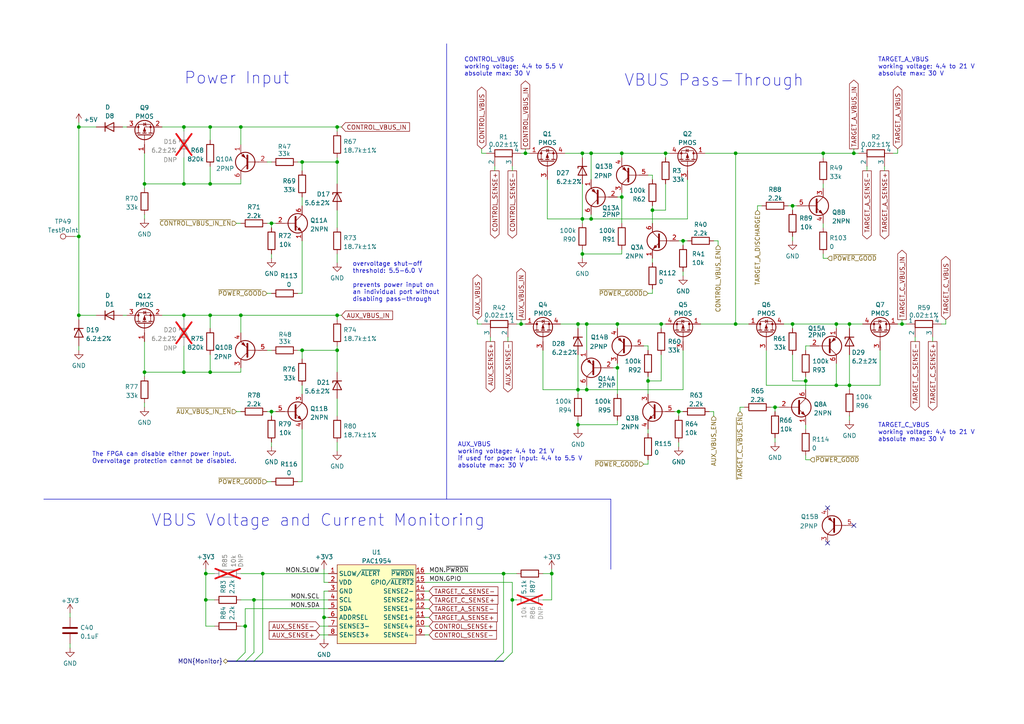
<source format=kicad_sch>
(kicad_sch (version 20231120) (generator "eeschema") (generator_version "8.0")
  (paper "A4")
  (title_block (title "Cynthion") (date "${DATE}") (rev "${VERSION}") (company "Copyright 2019-2023 Great Scott Gadgets") (comment 1 "Licensed under the CERN-OHL-P v2"))
  (bus_alias "Monitor" (members "SDA" "SCL" "SLOW" "GPIO" "~{PWRDN}"))
  (junction (at 97.79 91.44))
  (junction (at 59.69 166.37))
  (junction (at 170.18 93.98))
  (junction (at 22.86 91.44))
  (junction (at 97.79 36.83))
  (junction (at 167.64 123.19))
  (junction (at 73.66 173.99))
  (junction (at 41.91 53.34))
  (junction (at 41.91 107.95))
  (junction (at 246.38 93.98))
  (junction (at 60.96 91.44))
  (junction (at 171.45 44.45))
  (junction (at 229.87 59.69))
  (junction (at 60.96 53.34))
  (junction (at 53.34 107.95))
  (junction (at 180.34 44.45))
  (junction (at 60.96 107.95))
  (junction (at 97.79 46.99))
  (junction (at 151.13 93.98))
  (junction (at 238.76 44.45))
  (junction (at 198.12 69.85))
  (junction (at 152.4 44.45))
  (junction (at 60.96 36.83))
  (junction (at 189.23 60.96))
  (junction (at 168.91 44.45))
  (junction (at 146.05 166.37))
  (junction (at 167.64 113.03))
  (junction (at 224.79 118.11))
  (junction (at 87.63 46.99))
  (junction (at 246.38 111.76))
  (junction (at 187.96 110.49))
  (junction (at 233.68 110.49))
  (junction (at 22.86 68.58))
  (junction (at 78.74 119.38))
  (junction (at 168.91 73.66))
  (junction (at 213.36 44.45))
  (junction (at 53.34 53.34))
  (junction (at 242.57 111.76))
  (junction (at 53.34 36.83))
  (junction (at 69.85 36.83))
  (junction (at 93.98 179.07))
  (junction (at 180.34 57.15))
  (junction (at 53.34 91.44))
  (junction (at 69.85 91.44))
  (junction (at 247.65 44.45))
  (junction (at 76.2 166.37))
  (junction (at 87.63 101.6))
  (junction (at 59.69 173.99))
  (junction (at 168.91 63.5))
  (junction (at 71.12 181.61))
  (junction (at 78.74 64.77))
  (junction (at 179.07 106.68))
  (junction (at 213.36 93.98))
  (junction (at 97.79 101.6))
  (junction (at 148.59 173.99))
  (junction (at 193.04 44.45))
  (junction (at 261.62 93.98))
  (junction (at 229.87 93.98))
  (junction (at 22.86 36.83))
  (junction (at 179.07 93.98))
  (junction (at 160.02 166.37))
  (junction (at 196.85 119.38))
  (junction (at 191.77 93.98))
  (junction (at 167.64 93.98))
  (junction (at 170.18 113.03))
  (junction (at 242.57 93.98))
  (junction (at 171.45 63.5))
  (no_connect (at 247.65 152.4))
  (no_connect (at 240.03 147.32))
  (no_connect (at 240.03 157.48))
  (bus_entry (at 148.59 189.23) (size -2.54 2.54))
  (bus_entry (at 146.05 189.23) (size -2.54 2.54))
  (bus_entry (at 73.66 189.23) (size -2.54 2.54))
  (bus_entry (at 76.2 189.23) (size -2.54 2.54))
  (bus_entry (at 71.12 189.23) (size -2.54 2.54))
  (wire (pts (xy 238.76 45.72) (xy 238.76 44.45)))
  (wire (pts (xy 233.68 132.08) (xy 233.68 133.35)))
  (wire (pts (xy 246.38 120.65) (xy 246.38 121.92)))
  (wire (pts (xy 60.96 40.64) (xy 60.96 36.83)))
  (wire (pts (xy 148.59 168.91) (xy 148.59 173.99)))
  (wire (pts (xy 229.87 59.69) (xy 231.14 59.69)))
  (wire (pts (xy 148.59 173.99) (xy 149.86 173.99)))
  (wire (pts (xy 59.69 166.37) (xy 62.23 166.37)))
  (bus (pts (xy 143.51 191.77) (xy 73.66 191.77)))
  (wire (pts (xy 124.46 179.07) (xy 123.19 179.07)))
  (wire (pts (xy 59.69 181.61) (xy 62.23 181.61)))
  (wire (pts (xy 78.74 64.77) (xy 77.47 64.77)))
  (wire (pts (xy 219.71 60.96) (xy 219.71 59.69)))
  (wire (pts (xy 97.79 46.99) (xy 97.79 53.34)))
  (wire (pts (xy 246.38 111.76) (xy 255.27 111.76)))
  (wire (pts (xy 179.07 121.92) (xy 179.07 123.19)))
  (wire (pts (xy 198.12 113.03) (xy 198.12 101.6)))
  (wire (pts (xy 60.96 36.83) (xy 69.85 36.83)))
  (wire (pts (xy 167.64 95.25) (xy 167.64 93.98)))
  (wire (pts (xy 189.23 60.96) (xy 189.23 64.77)))
  (wire (pts (xy 95.25 173.99) (xy 73.66 173.99)))
  (wire (pts (xy 205.74 119.38) (xy 207.01 119.38)))
  (wire (pts (xy 78.74 119.38) (xy 77.47 119.38)))
  (wire (pts (xy 233.68 133.35) (xy 234.95 133.35)))
  (wire (pts (xy 246.38 93.98) (xy 242.57 93.98)))
  (wire (pts (xy 93.98 168.91) (xy 95.25 168.91)))
  (wire (pts (xy 22.86 91.44) (xy 22.86 92.71)))
  (wire (pts (xy 146.05 166.37) (xy 146.05 189.23)))
  (wire (pts (xy 256.54 48.26) (xy 256.54 49.53)))
  (wire (pts (xy 213.36 93.98) (xy 217.17 93.98)))
  (wire (pts (xy 60.96 53.34) (xy 53.34 53.34)))
  (wire (pts (xy 92.71 181.61) (xy 95.25 181.61)))
  (wire (pts (xy 22.86 36.83) (xy 22.86 68.58)))
  (wire (pts (xy 95.25 179.07) (xy 93.98 179.07)))
  (wire (pts (xy 196.85 128.27) (xy 196.85 129.54)))
  (wire (pts (xy 60.96 91.44) (xy 53.34 91.44)))
  (wire (pts (xy 77.47 46.99) (xy 78.74 46.99)))
  (wire (pts (xy 77.47 101.6) (xy 78.74 101.6)))
  (wire (pts (xy 147.32 97.79) (xy 147.32 99.06)))
  (wire (pts (xy 229.87 93.98) (xy 227.33 93.98)))
  (wire (pts (xy 93.98 179.07) (xy 93.98 185.42)))
  (wire (pts (xy 73.66 173.99) (xy 69.85 173.99)))
  (wire (pts (xy 69.85 36.83) (xy 69.85 41.91)))
  (wire (pts (xy 53.34 45.72) (xy 53.34 53.34)))
  (wire (pts (xy 139.7 44.45) (xy 140.97 44.45)))
  (wire (pts (xy 87.63 46.99) (xy 97.79 46.99)))
  (wire (pts (xy 60.96 107.95) (xy 53.34 107.95)))
  (wire (pts (xy 196.85 119.38) (xy 198.12 119.38)))
  (wire (pts (xy 224.79 118.11) (xy 226.06 118.11)))
  (wire (pts (xy 167.64 113.03) (xy 170.18 113.03)))
  (wire (pts (xy 87.63 49.53) (xy 87.63 46.99)))
  (wire (pts (xy 78.74 66.04) (xy 78.74 64.77)))
  (wire (pts (xy 157.48 113.03) (xy 167.64 113.03)))
  (wire (pts (xy 179.07 106.68) (xy 179.07 105.41)))
  (wire (pts (xy 242.57 95.25) (xy 242.57 93.98)))
  (wire (pts (xy 53.34 100.33) (xy 53.34 107.95)))
  (wire (pts (xy 238.76 53.34) (xy 238.76 54.61)))
  (wire (pts (xy 95.25 171.45) (xy 93.98 171.45)))
  (wire (pts (xy 53.34 91.44) (xy 46.99 91.44)))
  (wire (pts (xy 180.34 57.15) (xy 180.34 64.77)))
  (wire (pts (xy 77.47 139.7) (xy 78.74 139.7)))
  (wire (pts (xy 148.59 48.26) (xy 148.59 49.53)))
  (wire (pts (xy 158.75 63.5) (xy 158.75 52.07)))
  (wire (pts (xy 179.07 95.25) (xy 179.07 93.98)))
  (wire (pts (xy 214.63 118.11) (xy 214.63 119.38)))
  (wire (pts (xy 233.68 110.49) (xy 229.87 110.49)))
  (bus (pts (xy 71.12 191.77) (xy 68.58 191.77)))
  (wire (pts (xy 171.45 52.07) (xy 171.45 44.45)))
  (wire (pts (xy 99.06 91.44) (xy 97.79 91.44)))
  (wire (pts (xy 196.85 120.65) (xy 196.85 119.38)))
  (wire (pts (xy 59.69 173.99) (xy 59.69 181.61)))
  (wire (pts (xy 233.68 110.49) (xy 233.68 113.03)))
  (wire (pts (xy 170.18 93.98) (xy 179.07 93.98)))
  (polyline (pts (xy 12.7 144.78) (xy 177.165 144.78)))
  (wire (pts (xy 255.27 101.6) (xy 255.27 111.76)))
  (wire (pts (xy 228.6 59.69) (xy 229.87 59.69)))
  (wire (pts (xy 87.63 101.6) (xy 97.79 101.6)))
  (wire (pts (xy 170.18 113.03) (xy 170.18 111.76)))
  (wire (pts (xy 180.34 45.72) (xy 180.34 44.45)))
  (wire (pts (xy 76.2 166.37) (xy 76.2 189.23)))
  (wire (pts (xy 171.45 44.45) (xy 180.34 44.45)))
  (wire (pts (xy 157.48 166.37) (xy 160.02 166.37)))
  (wire (pts (xy 152.4 44.45) (xy 153.67 44.45)))
  (wire (pts (xy 163.83 44.45) (xy 168.91 44.45)))
  (wire (pts (xy 246.38 95.25) (xy 246.38 93.98)))
  (wire (pts (xy 97.79 101.6) (xy 97.79 107.95)))
  (wire (pts (xy 168.91 74.93) (xy 168.91 73.66)))
  (wire (pts (xy 92.71 184.15) (xy 95.25 184.15)))
  (wire (pts (xy 60.96 91.44) (xy 69.85 91.44)))
  (wire (pts (xy 167.64 124.46) (xy 167.64 123.19)))
  (wire (pts (xy 229.87 95.25) (xy 229.87 93.98)))
  (wire (pts (xy 69.85 36.83) (xy 97.79 36.83)))
  (wire (pts (xy 69.85 91.44) (xy 97.79 91.44)))
  (wire (pts (xy 167.64 93.98) (xy 170.18 93.98)))
  (wire (pts (xy 41.91 109.22) (xy 41.91 107.95)))
  (wire (pts (xy 187.96 110.49) (xy 191.77 110.49)))
  (bus (pts (xy 146.05 191.77) (xy 143.51 191.77)))
  (polyline (pts (xy 177.165 165.1) (xy 177.165 144.78)))
  (wire (pts (xy 53.34 107.95) (xy 41.91 107.95)))
  (wire (pts (xy 160.02 165.1) (xy 160.02 166.37)))
  (wire (pts (xy 250.19 93.98) (xy 246.38 93.98)))
  (wire (pts (xy 151.13 92.71) (xy 151.13 93.98)))
  (wire (pts (xy 238.76 44.45) (xy 247.65 44.45)))
  (wire (pts (xy 87.63 69.85) (xy 87.63 85.09)))
  (wire (pts (xy 242.57 111.76) (xy 246.38 111.76)))
  (wire (pts (xy 186.69 134.62) (xy 187.96 134.62)))
  (wire (pts (xy 224.79 118.11) (xy 224.79 119.38)))
  (wire (pts (xy 168.91 53.34) (xy 168.91 63.5)))
  (wire (pts (xy 274.32 93.98) (xy 274.32 92.71)))
  (wire (pts (xy 198.12 69.85) (xy 199.39 69.85)))
  (wire (pts (xy 260.35 44.45) (xy 259.08 44.45)))
  (wire (pts (xy 87.63 85.09) (xy 86.36 85.09)))
  (wire (pts (xy 162.56 93.98) (xy 167.64 93.98)))
  (wire (pts (xy 207.01 69.85) (xy 208.28 69.85)))
  (wire (pts (xy 97.79 115.57) (xy 97.79 120.65)))
  (wire (pts (xy 146.05 166.37) (xy 149.86 166.37)))
  (wire (pts (xy 242.57 105.41) (xy 242.57 111.76)))
  (wire (pts (xy 53.34 53.34) (xy 41.91 53.34)))
  (wire (pts (xy 168.91 63.5) (xy 171.45 63.5)))
  (wire (pts (xy 233.68 109.22) (xy 233.68 110.49)))
  (wire (pts (xy 97.79 91.44) (xy 97.79 92.71)))
  (wire (pts (xy 191.77 110.49) (xy 191.77 102.87)))
  (wire (pts (xy 189.23 50.8) (xy 189.23 52.07)))
  (wire (pts (xy 78.74 73.66) (xy 78.74 74.93)))
  (wire (pts (xy 97.79 73.66) (xy 97.79 76.2)))
  (wire (pts (xy 273.05 93.98) (xy 274.32 93.98)))
  (wire (pts (xy 80.01 64.77) (xy 78.74 64.77)))
  (wire (pts (xy 179.07 93.98) (xy 191.77 93.98)))
  (wire (pts (xy 214.63 118.11) (xy 215.9 118.11)))
  (wire (pts (xy 233.68 100.33) (xy 234.95 100.33)))
  (wire (pts (xy 69.85 106.68) (xy 69.85 107.95)))
  (wire (pts (xy 233.68 123.19) (xy 233.68 124.46)))
  (wire (pts (xy 251.46 48.26) (xy 251.46 49.53)))
  (wire (pts (xy 260.35 44.45) (xy 260.35 43.18)))
  (wire (pts (xy 21.59 68.58) (xy 22.86 68.58)))
  (wire (pts (xy 53.34 92.71) (xy 53.34 91.44)))
  (wire (pts (xy 123.19 168.91) (xy 148.59 168.91)))
  (wire (pts (xy 204.47 44.45) (xy 213.36 44.45)))
  (wire (pts (xy 124.46 173.99) (xy 123.19 173.99)))
  (wire (pts (xy 69.85 107.95) (xy 60.96 107.95)))
  (wire (pts (xy 246.38 113.03) (xy 246.38 111.76)))
  (wire (pts (xy 229.87 68.58) (xy 229.87 69.85)))
  (wire (pts (xy 86.36 101.6) (xy 87.63 101.6)))
  (wire (pts (xy 170.18 113.03) (xy 198.12 113.03)))
  (wire (pts (xy 69.85 53.34) (xy 60.96 53.34)))
  (wire (pts (xy 189.23 59.69) (xy 189.23 60.96)))
  (wire (pts (xy 93.98 171.45) (xy 93.98 179.07)))
  (wire (pts (xy 93.98 165.1) (xy 93.98 168.91)))
  (wire (pts (xy 168.91 72.39) (xy 168.91 73.66)))
  (wire (pts (xy 196.85 69.85) (xy 198.12 69.85)))
  (wire (pts (xy 53.34 36.83) (xy 46.99 36.83)))
  (wire (pts (xy 168.91 45.72) (xy 168.91 44.45)))
  (wire (pts (xy 87.63 124.46) (xy 87.63 139.7)))
  (wire (pts (xy 124.46 184.15) (xy 123.19 184.15)))
  (wire (pts (xy 247.65 44.45) (xy 248.92 44.45)))
  (wire (pts (xy 260.35 93.98) (xy 261.62 93.98)))
  (wire (pts (xy 261.62 93.98) (xy 262.89 93.98)))
  (wire (pts (xy 41.91 118.11) (xy 41.91 116.84)))
  (wire (pts (xy 86.36 46.99) (xy 87.63 46.99)))
  (wire (pts (xy 186.69 100.33) (xy 187.96 100.33)))
  (wire (pts (xy 59.69 166.37) (xy 59.69 173.99)))
  (wire (pts (xy 22.86 100.33) (xy 22.86 101.6)))
  (wire (pts (xy 59.69 166.37) (xy 59.69 165.1)))
  (wire (pts (xy 179.07 106.68) (xy 179.07 114.3)))
  (wire (pts (xy 78.74 128.27) (xy 78.74 129.54)))
  (wire (pts (xy 180.34 57.15) (xy 180.34 55.88)))
  (wire (pts (xy 265.43 97.79) (xy 265.43 99.06)))
  (wire (pts (xy 207.01 120.65) (xy 207.01 119.38)))
  (wire (pts (xy 168.91 73.66) (xy 180.34 73.66)))
  (wire (pts (xy 152.4 93.98) (xy 151.13 93.98)))
  (wire (pts (xy 123.19 166.37) (xy 146.05 166.37)))
  (wire (pts (xy 151.13 44.45) (xy 152.4 44.45)))
  (wire (pts (xy 189.23 60.96) (xy 193.04 60.96)))
  (wire (pts (xy 71.12 181.61) (xy 71.12 189.23)))
  (wire (pts (xy 22.86 36.83) (xy 22.86 35.56)))
  (wire (pts (xy 60.96 102.87) (xy 60.96 107.95)))
  (wire (pts (xy 76.2 166.37) (xy 69.85 166.37)))
  (wire (pts (xy 229.87 60.96) (xy 229.87 59.69)))
  (wire (pts (xy 41.91 53.34) (xy 41.91 44.45)))
  (wire (pts (xy 73.66 173.99) (xy 73.66 189.23)))
  (wire (pts (xy 22.86 91.44) (xy 27.94 91.44)))
  (wire (pts (xy 97.79 101.6) (xy 97.79 100.33)))
  (wire (pts (xy 22.86 91.44) (xy 22.86 68.58)))
  (wire (pts (xy 87.63 57.15) (xy 87.63 59.69)))
  (wire (pts (xy 270.51 99.06) (xy 270.51 97.79)))
  (wire (pts (xy 171.45 63.5) (xy 171.45 62.23)))
  (wire (pts (xy 170.18 101.6) (xy 170.18 93.98)))
  (wire (pts (xy 180.34 44.45) (xy 193.04 44.45)))
  (wire (pts (xy 168.91 63.5) (xy 168.91 64.77)))
  (wire (pts (xy 238.76 64.77) (xy 238.76 66.04)))
  (wire (pts (xy 20.32 177.8) (xy 20.32 179.07)))
  (wire (pts (xy 187.96 85.09) (xy 189.23 85.09)))
  (wire (pts (xy 238.76 73.66) (xy 238.76 74.93)))
  (wire (pts (xy 189.23 85.09) (xy 189.23 83.82)))
  (wire (pts (xy 148.59 173.99) (xy 148.59 189.23)))
  (wire (pts (xy 60.96 48.26) (xy 60.96 53.34)))
  (wire (pts (xy 158.75 63.5) (xy 168.91 63.5)))
  (wire (pts (xy 193.04 44.45) (xy 194.31 44.45)))
  (wire (pts (xy 198.12 71.12) (xy 198.12 69.85)))
  (wire (pts (xy 138.43 92.71) (xy 138.43 93.98)))
  (wire (pts (xy 208.28 69.85) (xy 208.28 71.12)))
  (wire (pts (xy 69.85 64.77) (xy 68.58 64.77)))
  (wire (pts (xy 80.01 119.38) (xy 78.74 119.38)))
  (wire (pts (xy 71.12 176.53) (xy 71.12 181.61)))
  (wire (pts (xy 139.7 43.18) (xy 139.7 44.45)))
  (wire (pts (xy 189.23 76.2) (xy 189.23 74.93)))
  (wire (pts (xy 36.83 36.83) (xy 35.56 36.83)))
  (wire (pts (xy 233.68 101.6) (xy 233.68 100.33)))
  (wire (pts (xy 198.12 80.01) (xy 198.12 78.74)))
  (wire (pts (xy 41.91 63.5) (xy 41.91 62.23)))
  (wire (pts (xy 242.57 93.98) (xy 229.87 93.98)))
  (wire (pts (xy 222.25 111.76) (xy 242.57 111.76)))
  (wire (pts (xy 187.96 109.22) (xy 187.96 110.49)))
  (wire (pts (xy 167.64 102.87) (xy 167.64 113.03)))
  (wire (pts (xy 60.96 36.83) (xy 53.34 36.83)))
  (wire (pts (xy 187.96 50.8) (xy 189.23 50.8)))
  (wire (pts (xy 187.96 100.33) (xy 187.96 101.6)))
  (wire (pts (xy 171.45 63.5) (xy 199.39 63.5)))
  (wire (pts (xy 78.74 120.65) (xy 78.74 119.38)))
  (wire (pts (xy 191.77 95.25) (xy 191.77 93.98)))
  (polyline (pts (xy 129.54 12.7) (xy 129.54 144.78)))
  (wire (pts (xy 229.87 110.49) (xy 229.87 102.87)))
  (wire (pts (xy 223.52 118.11) (xy 224.79 118.11)))
  (wire (pts (xy 69.85 52.07) (xy 69.85 53.34)))
  (wire (pts (xy 77.47 85.09) (xy 78.74 85.09)))
  (wire (pts (xy 167.64 113.03) (xy 167.64 114.3)))
  (wire (pts (xy 167.64 121.92) (xy 167.64 123.19)))
  (wire (pts (xy 95.25 166.37) (xy 76.2 166.37)))
  (wire (pts (xy 195.58 119.38) (xy 196.85 119.38)))
  (wire (pts (xy 123.19 181.61) (xy 124.46 181.61)))
  (wire (pts (xy 71.12 181.61) (xy 69.85 181.61)))
  (wire (pts (xy 69.85 91.44) (xy 69.85 96.52)))
  (wire (pts (xy 222.25 101.6) (xy 222.25 111.76)))
  (wire (pts (xy 157.48 173.99) (xy 160.02 173.99)))
  (wire (pts (xy 97.79 36.83) (xy 97.79 38.1)))
  (wire (pts (xy 97.79 60.96) (xy 97.79 66.04)))
  (wire (pts (xy 187.96 125.73) (xy 187.96 124.46)))
  (wire (pts (xy 203.2 93.98) (xy 213.36 93.98)))
  (wire (pts (xy 87.63 139.7) (xy 86.36 139.7)))
  (wire (pts (xy 157.48 101.6) (xy 157.48 113.03)))
  (wire (pts (xy 123.19 176.53) (xy 124.46 176.53)))
  (bus (pts (xy 73.66 191.77) (xy 71.12 191.77)))
  (wire (pts (xy 59.69 173.99) (xy 62.23 173.99)))
  (wire (pts (xy 187.96 110.49) (xy 187.96 114.3)))
  (wire (pts (xy 247.65 44.45) (xy 247.65 43.18)))
  (wire (pts (xy 261.62 93.98) (xy 261.62 92.71)))
  (wire (pts (xy 193.04 45.72) (xy 193.04 44.45)))
  (wire (pts (xy 213.36 44.45) (xy 213.36 93.98)))
  (wire (pts (xy 69.85 119.38) (xy 68.58 119.38)))
  (wire (pts (xy 95.25 176.53) (xy 71.12 176.53)))
  (wire (pts (xy 193.04 60.96) (xy 193.04 53.34)))
  (wire (pts (xy 180.34 72.39) (xy 180.34 73.66)))
  (wire (pts (xy 238.76 74.93) (xy 240.03 74.93)))
  (wire (pts (xy 99.06 36.83) (xy 97.79 36.83)))
  (wire (pts (xy 97.79 128.27) (xy 97.79 130.81)))
  (wire (pts (xy 87.63 104.14) (xy 87.63 101.6)))
  (wire (pts (xy 152.4 44.45) (xy 152.4 43.18)))
  (wire (pts (xy 219.71 59.69) (xy 220.98 59.69)))
  (wire (pts (xy 151.13 93.98) (xy 149.86 93.98)))
  (wire (pts (xy 41.91 54.61) (xy 41.91 53.34)))
  (wire (pts (xy 199.39 63.5) (xy 199.39 52.07)))
  (wire (pts (xy 213.36 44.45) (xy 238.76 44.45)))
  (wire (pts (xy 142.24 97.79) (xy 142.24 99.06)))
  (wire (pts (xy 123.19 171.45) (xy 124.46 171.45)))
  (wire (pts (xy 97.79 46.99) (xy 97.79 45.72)))
  (wire (pts (xy 187.96 134.62) (xy 187.96 133.35)))
  (wire (pts (xy 60.96 95.25) (xy 60.96 91.44)))
  (wire (pts (xy 191.77 93.98) (xy 193.04 93.98)))
  (wire (pts (xy 87.63 111.76) (xy 87.63 114.3)))
  (wire (pts (xy 139.7 93.98) (xy 138.43 93.98)))
  (wire (pts (xy 224.79 127) (xy 224.79 128.27)))
  (wire (pts (xy 167.64 123.19) (xy 179.07 123.19)))
  (bus (pts (xy 68.58 191.77) (xy 66.04 191.77)))
  (wire (pts (xy 160.02 166.37) (xy 160.02 173.99)))
  (wire (pts (xy 177.8 106.68) (xy 179.07 106.68)))
  (wire (pts (xy 36.83 91.44) (xy 35.56 91.44)))
  (wire (pts (xy 41.91 107.95) (xy 41.91 99.06)))
  (wire (pts (xy 53.34 38.1) (xy 53.34 36.83)))
  (wire (pts (xy 143.51 48.26) (xy 143.51 49.53)))
  (wire (pts (xy 168.91 44.45) (xy 171.45 44.45)))
  (wire (pts (xy 179.07 57.15) (xy 180.34 57.15)))
  (wire (pts (xy 246.38 102.87) (xy 246.38 111.76)))
  (wire (pts (xy 20.32 186.69) (xy 20.32 187.96)))
  (wire (pts (xy 27.94 36.83) (xy 22.86 36.83)))
  (text "VBUS Voltage and Current Monitoring" (at 43.815 153.035 0) (effects (font (size 3.4036 3.4036)) (justify left bottom)))
  (text "overvoltage shut-off\nthreshold: 5.5-6.0 V\n\nprevents power input on\nan individual port without\ndisabling pass-through" (at 102.235 87.63 0) (effects (font (size 1.27 1.27)) (justify left bottom)))
  (text "CONTROL_VBUS\nworking voltage: 4.4 to 5.5 V\nabsolute max: 30 V" (at 134.62 22.225 0) (effects (font (size 1.27 1.27)) (justify left bottom)))
  (text "TARGET_C_VBUS\nworking voltage: 4.4 to 21 V\nabsolute max: 30 V" (at 254.635 128.27 0) (effects (font (size 1.27 1.27)) (justify left bottom)))
  (text "VBUS Pass-Through" (at 180.975 25.4 0) (effects (font (size 3.4036 3.4036)) (justify left bottom)))
  (text "The FPGA can disable either power input.\nOvervoltage protection cannot be disabled." (at 26.67 134.62 0) (effects (font (size 1.27 1.27)) (justify left bottom)))
  (text "AUX_VBUS\nworking voltage: 4.4 to 21 V\nif used for power input: 4.4 to 5.5 V\nabsolute max: 30 V" (at 132.715 135.89 0) (effects (font (size 1.27 1.27)) (justify left bottom)))
  (text "Power Input" (at 53.34 24.765 0) (effects (font (size 3.4036 3.4036)) (justify left bottom)))
  (text "TARGET_A_VBUS\nworking voltage: 4.4 to 21 V\nabsolute max: 30 V" (at 254.635 22.225 0) (effects (font (size 1.27 1.27)) (justify left bottom)))
  (label "MON.GPIO" (at 124.46 168.91 0))
  (label "MON.SDA" (at 92.71 176.53 180))
  (label "MON.SCL" (at 92.71 173.99 180))
  (label "MON.~{PWRDN}" (at 124.46 166.37 0))
  (label "MON.SLOW" (at 92.71 166.37 180))
  (global_label "TARGET_C_VBUS" (shape bidirectional) (at 274.32 92.71 90) (property "Intersheetrefs" "${INTERSHEET_REFS}" (effects (hide yes))))
  (global_label "AUX_SENSE+" (shape output) (at 142.24 99.06 270) (property "Intersheetrefs" "${INTERSHEET_REFS}" (effects (hide yes))))
  (global_label "TARGET_C_SENSE-" (shape input) (at 124.46 171.45 0) (property "Intersheetrefs" "${INTERSHEET_REFS}" (effects (hide yes))))
  (global_label "TARGET_A_SENSE-" (shape output) (at 251.46 49.53 270) (property "Intersheetrefs" "${INTERSHEET_REFS}" (effects (hide yes))))
  (global_label "TARGET_A_SENSE+" (shape output) (at 256.54 49.53 270) (property "Intersheetrefs" "${INTERSHEET_REFS}" (effects (hide yes))))
  (global_label "CONTROL_SENSE+" (shape input) (at 124.46 181.61 0) (property "Intersheetrefs" "${INTERSHEET_REFS}" (effects (hide yes))))
  (global_label "AUX_VBUS_IN" (shape input) (at 99.06 91.44 0) (property "Intersheetrefs" "${INTERSHEET_REFS}" (effects (hide yes))))
  (global_label "AUX_VBUS_IN" (shape output) (at 151.13 92.71 90) (property "Intersheetrefs" "${INTERSHEET_REFS}" (effects (hide yes))))
  (global_label "CONTROL_VBUS_IN" (shape input) (at 99.06 36.83 0) (property "Intersheetrefs" "${INTERSHEET_REFS}" (effects (hide yes))))
  (global_label "AUX_SENSE-" (shape input) (at 92.71 181.61 180) (property "Intersheetrefs" "${INTERSHEET_REFS}" (effects (hide yes))))
  (global_label "TARGET_C_SENSE+" (shape output) (at 270.51 99.06 270) (property "Intersheetrefs" "${INTERSHEET_REFS}" (effects (hide yes))))
  (global_label "CONTROL_SENSE-" (shape input) (at 124.46 184.15 0) (property "Intersheetrefs" "${INTERSHEET_REFS}" (effects (hide yes))))
  (global_label "CONTROL_SENSE+" (shape output) (at 143.51 49.53 270) (property "Intersheetrefs" "${INTERSHEET_REFS}" (effects (hide yes))))
  (global_label "AUX_SENSE+" (shape input) (at 92.71 184.15 180) (property "Intersheetrefs" "${INTERSHEET_REFS}" (effects (hide yes))))
  (global_label "TARGET_A_SENSE-" (shape input) (at 124.46 176.53 0) (property "Intersheetrefs" "${INTERSHEET_REFS}" (effects (hide yes))))
  (global_label "TARGET_A_SENSE+" (shape input) (at 124.46 179.07 0) (property "Intersheetrefs" "${INTERSHEET_REFS}" (effects (hide yes))))
  (global_label "TARGET_A_VBUS_IN" (shape output) (at 247.65 43.18 90) (property "Intersheetrefs" "${INTERSHEET_REFS}" (effects (hide yes))))
  (global_label "TARGET_C_SENSE-" (shape output) (at 265.43 99.06 270) (property "Intersheetrefs" "${INTERSHEET_REFS}" (effects (hide yes))))
  (global_label "CONTROL_VBUS" (shape bidirectional) (at 139.7 43.18 90) (property "Intersheetrefs" "${INTERSHEET_REFS}" (effects (hide yes))))
  (global_label "TARGET_C_VBUS_IN" (shape output) (at 261.62 92.71 90) (property "Intersheetrefs" "${INTERSHEET_REFS}" (effects (hide yes))))
  (global_label "AUX_SENSE-" (shape output) (at 147.32 99.06 270) (property "Intersheetrefs" "${INTERSHEET_REFS}" (effects (hide yes))))
  (global_label "CONTROL_VBUS_IN" (shape output) (at 152.4 43.18 90) (property "Intersheetrefs" "${INTERSHEET_REFS}" (effects (hide yes))))
  (global_label "CONTROL_SENSE-" (shape output) (at 148.59 49.53 270) (property "Intersheetrefs" "${INTERSHEET_REFS}" (effects (hide yes))))
  (global_label "AUX_VBUS" (shape bidirectional) (at 138.43 92.71 90) (property "Intersheetrefs" "${INTERSHEET_REFS}" (effects (hide yes))))
  (global_label "TARGET_C_SENSE+" (shape input) (at 124.46 173.99 0) (property "Intersheetrefs" "${INTERSHEET_REFS}" (effects (hide yes))))
  (global_label "TARGET_A_VBUS" (shape bidirectional) (at 260.35 43.18 90) (property "Intersheetrefs" "${INTERSHEET_REFS}" (effects (hide yes))))
  (hierarchical_label "~{POWER_GOOD}" (shape input) (at 77.47 139.7 180))
  (hierarchical_label "~{POWER_GOOD}" (shape input) (at 234.95 133.35 0))
  (hierarchical_label "~{AUX_VBUS_IN_EN}" (shape input) (at 68.58 119.38 180))
  (hierarchical_label "~{POWER_GOOD}" (shape input) (at 187.96 85.09 180))
  (hierarchical_label "~{CONTROL_VBUS_IN_EN}" (shape input) (at 68.58 64.77 180))
  (hierarchical_label "MON{Monitor}" (shape bidirectional) (at 66.04 191.77 180))
  (hierarchical_label "~{POWER_GOOD}" (shape input) (at 77.47 85.09 180))
  (hierarchical_label "TARGET_A_DISCHARGE" (shape input) (at 219.71 60.96 270))
  (hierarchical_label "CONTROL_VBUS_EN" (shape input) (at 208.28 71.12 270))
  (hierarchical_label "~{TARGET_C_VBUS_EN}" (shape input) (at 214.63 119.38 270))
  (hierarchical_label "AUX_VBUS_EN" (shape input) (at 207.01 120.65 270))
  (hierarchical_label "~{POWER_GOOD}" (shape input) (at 240.03 74.93 0))
  (hierarchical_label "~{POWER_GOOD}" (shape input) (at 186.69 134.62 180))
  (symbol (lib_id "Device:D_Zener") (at 168.91 49.53 90) (mirror x) (unit 1)
    (property "Reference" "D27" (at 161.29 50.165 90) (effects (justify right)))
    (property "Value" "6.2±2%" (at 161.29 52.7019 90) (effects (justify right)))
    (property "Footprint" "cynthion:DFN1006-2" (effects (hide yes)))
    (property "Datasheet" "https://assets.nexperia.com/documents/data-sheet/BZX884_BC_SER.pdf" (effects (hide yes)))
    (property "Description" "DIODE ZENER 6.2V 250MW DFN1006-2" (effects (hide yes)))
    (property "Manufacturer" "Nexperia" (effects (hide yes)))
    (property "Part Number" "BZX884-B6V2,315" (effects (hide yes)))
    (property "LCSC#" "C551211" (effects (hide yes)))
  )
  (symbol (lib_id "Device:R") (at 180.34 68.58 180) (unit 1)
    (property "Reference" "R91" (at 178.562 69.4147 0) (effects (justify left)))
    (property "Value" "100k" (at 178.562 66.8778 0) (effects (justify left)))
    (property "Footprint" "Resistor_SMD:R_0402_1005Metric" (effects (hide yes)))
    (property "Description" "RES SMD 100K OHM 5% 1/10W 0402" (effects (hide yes)))
    (property "Part Number" "ERJ-2GEJ104X" (effects (hide yes)))
    (property "Substitution" "any equivalent" (effects (hide yes)))
    (property "Manufacturer" "Panasonic" (effects (hide yes)))
    (property "LCSC#" " C413017" (effects (hide yes)))
  )
  (symbol (lib_id "Device:R") (at 73.66 119.38 270) (mirror x) (unit 1)
    (property "Reference" "R78" (at 73.66 114.6642 90))
    (property "Value" "2.2k" (at 73.66 117.2011 90))
    (property "Footprint" "Resistor_SMD:R_0402_1005Metric" (effects (hide yes)))
    (property "Description" "RES 2.2K OHM 5% 1/16W 0402" (effects (hide yes)))
    (property "Part Number" "RC0402JR-072K2L" (effects (hide yes)))
    (property "Substitution" "any equivalent" (effects (hide yes)))
    (property "Manufacturer" "Yageo" (effects (hide yes)))
    (property "LCSC#" "C163447" (effects (hide yes)))
  )
  (symbol (lib_id "power:GND") (at 97.79 76.2 0) (mirror y) (unit 1)
    (property "Reference" "#PWR083" (effects (hide yes)))
    (property "Value" "GND" (at 97.79 80.6434 0))
  )
  (symbol (lib_id "power:GND") (at 196.85 129.54 0) (mirror y) (unit 1)
    (property "Reference" "#PWR04" (effects (hide yes)))
    (property "Value" "GND" (at 196.85 133.9834 0))
  )
  (symbol (lib_id "Transistor_FET:SiA449DJ") (at 255.27 96.52 270) (mirror x) (unit 1)
    (property "Reference" "Q7" (at 255.27 88.3752 90))
    (property "Value" "PMOS" (at 255.27 90.9121 90))
    (property "Footprint" "cynthion:Vishay_PowerPAK_SC70-6L_Single" (effects (hide yes)))
    (property "Datasheet" "https://www.vishay.com/docs/77080/sia483adj.pdf" (effects (hide yes)))
    (property "Description" "MOSFET P-CH 30V 10.6A/12A PPAK" (effects (hide yes)))
    (property "Manufacturer" "Vishay Siliconix" (effects (hide yes)))
    (property "Part Number" "SIA483ADJ-T1-GE3" (effects (hide yes)))
    (property "Substitution" "SIA483DJ-T1-GE3, Nexperia PMPB16EPX, PMPB27EP,115" (effects (hide yes)))
    (property "LCSC#" "C5377599" (effects (hide yes)))
  )
  (symbol (lib_id "Device:R") (at 60.96 44.45 0) (mirror y) (unit 1)
    (property "Reference" "R68" (at 59.182 43.6153 0) (effects (justify left)))
    (property "Value" "820k" (at 59.182 46.1522 0) (effects (justify left)))
    (property "Footprint" "Resistor_SMD:R_0402_1005Metric" (effects (hide yes)))
    (property "Description" "RES 820K OHM 5% 1/16W 0402" (effects (hide yes)))
    (property "Part Number" "RC0402JR-07820KL" (effects (hide yes)))
    (property "Substitution" "any equivalent" (effects (hide yes)))
    (property "Manufacturer" "Yageo" (effects (hide yes)))
    (property "LCSC#" "C137838" (effects (hide yes)))
  )
  (symbol (lib_id "Device:D") (at 31.75 91.44 0) (mirror x) (unit 1)
    (property "Reference" "D1" (at 30.48 88.265 0) (effects (justify left)))
    (property "Value" "D" (at 30.48 85.725 0) (effects (justify left)))
    (property "Footprint" "cynthion:D_SOD-123FL" (effects (hide yes)))
    (property "Datasheet" "https://www.21yangjie.com/pdf/zlqj/ckfhejg/U1A%20THRU%20U1J.pdf" (effects (hide yes)))
    (property "Description" "SOD-123FL 200V 1.0A  Diodes Rec" (effects (hide yes)))
    (property "Manufacturer" "Yangzhou Yangjie" (effects (hide yes)))
    (property "Part Number" "U1D" (effects (hide yes)))
    (property "LCSC#" "C6067485" (effects (hide yes)))
  )
  (symbol (lib_id "Transistor_BJT:BC847BS") (at 191.77 69.85 0) (mirror y) (unit 1)
    (property "Reference" "Q3" (at 186.69 71.7581 0) (effects (justify left)))
    (property "Value" "2NPN" (at 186.69 74.295 0) (effects (justify left)))
    (property "Footprint" "Package_TO_SOT_SMD:SOT-363_SC-70-6" (effects (hide yes)))
    (property "Datasheet" "https://www.21yangjie.com/pdf/xxh/xxhsjg/BC847BS.pdf" (effects (hide yes)))
    (property "Description" "SOT-363 NPN+NPN 0.3W 0.1A 50V" (effects (hide yes)))
    (property "Manufacturer" "Yangzhou Yangjie" (effects (hide yes)))
    (property "Part Number" "BC847BS" (effects (hide yes)))
    (property "LCSC#" "C5380687" (effects (hide yes)))
  )
  (symbol (lib_id "Device:R") (at 78.74 69.85 0) (mirror y) (unit 1)
    (property "Reference" "R72" (at 84.582 68.3803 0) (effects (justify left)))
    (property "Value" "10k" (at 84.582 70.9172 0) (effects (justify left)))
    (property "Footprint" "Resistor_SMD:R_0402_1005Metric" (effects (hide yes)))
    (property "Description" "RES 10K OHM 5% 1/16W 0402" (effects (hide yes)))
    (property "Part Number" "RC0402JR-0710KL" (effects (hide yes)))
    (property "Substitution" "any equivalent" (effects (hide yes)))
    (property "Manufacturer" "Yageo" (effects (hide yes)))
    (property "LCSC#" "C60489" (effects (hide yes)))
  )
  (symbol (lib_id "Device:R") (at 82.55 85.09 270) (mirror x) (unit 1)
    (property "Reference" "R113" (at 83.82 80.0131 90))
    (property "Value" "0" (at 83.82 82.55 90))
    (property "Footprint" "Resistor_SMD:R_0402_1005Metric" (effects (hide yes)))
    (property "Description" "RES 0 OHM JUMPER 1/16W 0402" (effects (hide yes)))
    (property "Part Number" "RC0402FR-070RL" (effects (hide yes)))
    (property "Substitution" "any equivalent" (effects (hide yes)))
    (property "Manufacturer" "Yageo" (effects (hide yes)))
    (property "LCSC#" "C106231" (effects (hide yes)))
  )
  (symbol (lib_id "power:GND") (at 78.74 74.93 0) (mirror y) (unit 1)
    (property "Reference" "#PWR0240" (effects (hide yes)))
    (property "Value" "GND" (at 78.74 79.3734 0))
  )
  (symbol (lib_id "power:GND") (at 224.79 128.27 0) (unit 1)
    (property "Reference" "#PWR0243" (effects (hide yes)))
    (property "Value" "GND" (at 224.79 132.7134 0))
  )
  (symbol (lib_id "Device:Q_Dual_PNP_PNP_E1B1C2E2B2C1") (at 181.61 100.33 180) (unit 2)
    (property "Reference" "Q14" (at 176.53 97.79 0) (effects (justify left)))
    (property "Value" "2PNP" (at 176.3013 100.5297 0) (effects (justify left)))
    (property "Footprint" "Package_TO_SOT_SMD:SOT-363_SC-70-6" (effects (hide yes)))
    (property "Datasheet" "https://www.21yangjie.com/pdf/xxh/xxhsjg/BC857BS.pdf" (effects (hide yes)))
    (property "Description" "PNP+PNP TRANS 45V 0.2A SOT-363" (effects (hide yes)))
    (property "Manufacturer" "Yangzhou Yangjie" (effects (hide yes)))
    (property "Part Number" "BC857BS" (effects (hide yes)))
    (property "LCSC#" "C5380687" (effects (hide yes)))
  )
  (symbol (lib_id "Device:Q_Dual_PNP_PNP_E1B1C2E2B2C1") (at 72.39 46.99 180) (unit 1)
    (property "Reference" "Q10" (at 67.5386 46.1553 0) (effects (justify left)))
    (property "Value" "2PNP" (at 67.945 48.895 0) (effects (justify left)))
    (property "Footprint" "Package_TO_SOT_SMD:SOT-363_SC-70-6" (effects (hide yes)))
    (property "Datasheet" "https://www.21yangjie.com/pdf/xxh/xxhsjg/BC857BS.pdf" (effects (hide yes)))
    (property "Description" "PNP+PNP TRANS 45V 0.2A SOT-363" (effects (hide yes)))
    (property "Manufacturer" "Yangzhou Yangjie" (effects (hide yes)))
    (property "Part Number" "BC857BS" (effects (hide yes)))
    (property "LCSC#" "C5380687" (effects (hide yes)))
  )
  (symbol (lib_id "power:GND") (at 168.91 74.93 0) (mirror y) (unit 1)
    (property "Reference" "#PWR03" (effects (hide yes)))
    (property "Value" "GND" (at 168.91 79.3734 0))
  )
  (symbol (lib_id "Device:R") (at 66.04 173.99 90) (mirror x) (unit 1)
    (property "Reference" "R83" (at 64.77 170.18 0))
    (property "Value" "2.2k" (at 67.31 170.18 0))
    (property "Footprint" "Resistor_SMD:R_0402_1005Metric" (effects (hide yes)))
    (property "Description" "RES 2.2K OHM 5% 1/16W 0402" (effects (hide yes)))
    (property "Part Number" "RC0402JR-072K2L" (effects (hide yes)))
    (property "Substitution" "any equivalent" (effects (hide yes)))
    (property "Manufacturer" "Yageo" (effects (hide yes)))
    (property "LCSC#" "C163447" (effects (hide yes)))
  )
  (symbol (lib_id "Device:R") (at 224.79 123.19 0) (mirror y) (unit 1)
    (property "Reference" "R66" (at 229.87 121.9231 0) (effects (justify left)))
    (property "Value" "10k" (at 229.87 124.46 0) (effects (justify left)))
    (property "Footprint" "Resistor_SMD:R_0402_1005Metric" (effects (hide yes)))
    (property "Description" "RES 10K OHM 5% 1/16W 0402" (effects (hide yes)))
    (property "Part Number" "RC0402JR-0710KL" (effects (hide yes)))
    (property "Substitution" "any equivalent" (effects (hide yes)))
    (property "Manufacturer" "Yageo" (effects (hide yes)))
    (property "LCSC#" "C60489" (effects (hide yes)))
  )
  (symbol (lib_id "power:GND") (at 22.86 101.6 0) (unit 1)
    (property "Reference" "#PWR099" (effects (hide yes)))
    (property "Value" "GND" (at 22.86 106.0434 0))
  )
  (symbol (lib_id "power:GND") (at 78.74 129.54 0) (mirror y) (unit 1)
    (property "Reference" "#PWR0244" (effects (hide yes)))
    (property "Value" "GND" (at 78.74 133.9834 0))
  )
  (symbol (lib_id "Transistor_FET:SiA449DJ") (at 198.12 96.52 270) (mirror x) (unit 1)
    (property "Reference" "Q5" (at 198.12 88.3752 90))
    (property "Value" "PMOS" (at 198.12 90.9121 90))
    (property "Footprint" "cynthion:Vishay_PowerPAK_SC70-6L_Single" (effects (hide yes)))
    (property "Datasheet" "https://www.vishay.com/docs/77080/sia483adj.pdf" (effects (hide yes)))
    (property "Description" "MOSFET P-CH 30V 10.6A/12A PPAK" (effects (hide yes)))
    (property "Manufacturer" "Vishay Siliconix" (effects (hide yes)))
    (property "Part Number" "SIA483ADJ-T1-GE3" (effects (hide yes)))
    (property "Substitution" "SIA483DJ-T1-GE3, Nexperia PMPB16EPX, PMPB27EP,115" (effects (hide yes)))
    (property "LCSC#" "C5377599" (effects (hide yes)))
  )
  (symbol (lib_id "Device:R") (at 60.96 99.06 0) (mirror y) (unit 1)
    (property "Reference" "R75" (at 59.182 98.2253 0) (effects (justify left)))
    (property "Value" "820k" (at 59.182 100.7622 0) (effects (justify left)))
    (property "Footprint" "Resistor_SMD:R_0402_1005Metric" (effects (hide yes)))
    (property "Description" "RES 820K OHM 5% 1/16W 0402" (effects (hide yes)))
    (property "Part Number" "RC0402JR-07820KL" (effects (hide yes)))
    (property "Substitution" "any equivalent" (effects (hide yes)))
    (property "Manufacturer" "Yageo" (effects (hide yes)))
    (property "LCSC#" "C137838" (effects (hide yes)))
  )
  (symbol (lib_id "Device:R") (at 224.79 59.69 270) (mirror x) (unit 1)
    (property "Reference" "R88" (at 224.79 54.9742 90))
    (property "Value" "2.2k" (at 224.79 57.5111 90))
    (property "Footprint" "Resistor_SMD:R_0402_1005Metric" (effects (hide yes)))
    (property "Description" "RES 2.2K OHM 5% 1/16W 0402" (effects (hide yes)))
    (property "Part Number" "RC0402JR-072K2L" (effects (hide yes)))
    (property "Substitution" "any equivalent" (effects (hide yes)))
    (property "Manufacturer" "Yageo" (effects (hide yes)))
    (property "LCSC#" "C163447" (effects (hide yes)))
  )
  (symbol (lib_id "Device:D_Zener") (at 167.64 99.06 90) (mirror x) (unit 1)
    (property "Reference" "D28" (at 160.02 99.695 90) (effects (justify right)))
    (property "Value" "6.2±2%" (at 160.02 102.2319 90) (effects (justify right)))
    (property "Footprint" "cynthion:DFN1006-2" (effects (hide yes)))
    (property "Datasheet" "https://assets.nexperia.com/documents/data-sheet/BZX884_BC_SER.pdf" (effects (hide yes)))
    (property "Description" "DIODE ZENER 6.2V 250MW DFN1006-2" (effects (hide yes)))
    (property "Manufacturer" "Nexperia" (effects (hide yes)))
    (property "Part Number" "BZX884-B6V2,315" (effects (hide yes)))
    (property "LCSC#" "C551211" (effects (hide yes)))
  )
  (symbol (lib_id "Device:D_Zener") (at 97.79 57.15 90) (mirror x) (unit 1)
    (property "Reference" "D17" (at 95.758 56.3153 90) (effects (justify left)))
    (property "Value" "5.6±2%" (at 95.758 58.8522 90) (effects (justify left)))
    (property "Footprint" "cynthion:DFN1006-2" (effects (hide yes)))
    (property "Datasheet" "https://assets.nexperia.com/documents/data-sheet/BZX884_BC_SER.pdf" (effects (hide yes)))
    (property "Description" "DIODE ZENER 5.6V 250MW DFN1006-2" (effects (hide yes)))
    (property "Manufacturer" "Nexperia" (effects (hide yes)))
    (property "Part Number" "BZX884-B5V6,315" (effects (hide yes)))
  )
  (symbol (lib_id "Device:R") (at 229.87 64.77 0) (mirror y) (unit 1)
    (property "Reference" "R89" (at 235.712 63.3003 0) (effects (justify left)))
    (property "Value" "10k" (at 235.712 65.8372 0) (effects (justify left)))
    (property "Footprint" "Resistor_SMD:R_0402_1005Metric" (effects (hide yes)))
    (property "Description" "RES 10K OHM 5% 1/16W 0402" (effects (hide yes)))
    (property "Part Number" "RC0402JR-0710KL" (effects (hide yes)))
    (property "Substitution" "any equivalent" (effects (hide yes)))
    (property "Manufacturer" "Yageo" (effects (hide yes)))
    (property "LCSC#" "C60489" (effects (hide yes)))
  )
  (symbol (lib_id "Device:R") (at 97.79 96.52 0) (unit 1)
    (property "Reference" "R74" (at 99.568 95.6853 0) (effects (justify left)))
    (property "Value" "18.7k±1%" (at 99.568 98.2222 0) (effects (justify left)))
    (property "Footprint" "Resistor_SMD:R_0402_1005Metric" (effects (hide yes)))
    (property "Description" "RES SMD 18.7K OHM 1% 1/10W 0402" (effects (hide yes)))
    (property "Manufacturer" "Panasonic" (effects (hide yes)))
    (property "Part Number" "ERJ-2RKF1872X" (effects (hide yes)))
    (property "Substitution" "any equivalent" (effects (hide yes)))
  )
  (symbol (lib_id "power:+3V3") (at 59.69 165.1 0) (unit 1)
    (property "Reference" "#PWR0176" (effects (hide yes)))
    (property "Value" "+3V3" (at 59.69 161.5242 0))
  )
  (symbol (lib_id "power:GND") (at 93.98 185.42 0) (mirror y) (unit 1)
    (property "Reference" "#PWR0151" (effects (hide yes)))
    (property "Value" "GND" (at 93.98 189.8634 0))
  )
  (symbol (lib_id "Device:Q_Dual_PNP_PNP_E1B1C2E2B2C1") (at 173.99 57.15 180) (unit 1)
    (property "Reference" "Q13" (at 174.625 60.325 0) (effects (justify right)))
    (property "Value" "2PNP" (at 174.625 62.23 0) (effects (justify right)))
    (property "Footprint" "Package_TO_SOT_SMD:SOT-363_SC-70-6" (effects (hide yes)))
    (property "Datasheet" "https://www.21yangjie.com/pdf/xxh/xxhsjg/BC857BS.pdf" (effects (hide yes)))
    (property "Description" "PNP+PNP TRANS 45V 0.2A SOT-363" (effects (hide yes)))
    (property "Manufacturer" "Yangzhou Yangjie" (effects (hide yes)))
    (property "Part Number" "BC857BS" (effects (hide yes)))
    (property "LCSC#" "C5380687" (effects (hide yes)))
  )
  (symbol (lib_id "Device:R") (at 41.91 113.03 0) (mirror y) (unit 1)
    (property "Reference" "R77" (at 40.132 112.1953 0) (effects (justify left)))
    (property "Value" "33k" (at 40.132 114.7322 0) (effects (justify left)))
    (property "Footprint" "Resistor_SMD:R_0402_1005Metric" (effects (hide yes)))
    (property "Description" "RES SMD 33K OHM 5% 1/10W 0402" (effects (hide yes)))
    (property "Manufacturer" "Panasonic" (effects (hide yes)))
    (property "Part Number" "ERJ-2GEJ333X" (effects (hide yes)))
    (property "Substitution" "any equivalent" (effects (hide yes)))
  )
  (symbol (lib_id "Device:R") (at 87.63 107.95 0) (mirror y) (unit 1)
    (property "Reference" "R76" (at 85.852 107.1153 0) (effects (justify left)))
    (property "Value" "33k" (at 85.852 109.6522 0) (effects (justify left)))
    (property "Footprint" "Resistor_SMD:R_0402_1005Metric" (effects (hide yes)))
    (property "Description" "RES SMD 33K OHM 5% 1/10W 0402" (effects (hide yes)))
    (property "Manufacturer" "Panasonic" (effects (hide yes)))
    (property "Part Number" "ERJ-2GEJ333X" (effects (hide yes)))
    (property "Substitution" "any equivalent" (effects (hide yes)))
  )
  (symbol (lib_id "power:+5V") (at 22.86 35.56 0) (unit 1)
    (property "Reference" "#PWR042" (effects (hide yes)))
    (property "Value" "+5V" (at 24.257 34.7238 0) (effects (justify left)))
  )
  (symbol (lib_id "Device:Q_Dual_PNP_PNP_E1B1C2E2B2C1") (at 182.88 50.8 180) (unit 2)
    (property "Reference" "Q13" (at 177.8 48.26 0) (effects (justify left)))
    (property "Value" "2PNP" (at 177.5713 50.9997 0) (effects (justify left)))
    (property "Footprint" "Package_TO_SOT_SMD:SOT-363_SC-70-6" (effects (hide yes)))
    (property "Datasheet" "https://www.21yangjie.com/pdf/xxh/xxhsjg/BC857BS.pdf" (effects (hide yes)))
    (property "Description" "PNP+PNP TRANS 45V 0.2A SOT-363" (effects (hide yes)))
    (property "Manufacturer" "Yangzhou Yangjie" (effects (hide yes)))
    (property "Part Number" "BC857BS" (effects (hide yes)))
    (property "LCSC#" "C5380687" (effects (hide yes)))
  )
  (symbol (lib_id "Device:R") (at 87.63 53.34 0) (mirror y) (unit 1)
    (property "Reference" "R69" (at 85.852 52.5053 0) (effects (justify left)))
    (property "Value" "33k" (at 85.852 55.0422 0) (effects (justify left)))
    (property "Footprint" "Resistor_SMD:R_0402_1005Metric" (effects (hide yes)))
    (property "Description" "RES SMD 33K OHM 5% 1/10W 0402" (effects (hide yes)))
    (property "Manufacturer" "Panasonic" (effects (hide yes)))
    (property "Part Number" "ERJ-2GEJ333X" (effects (hide yes)))
    (property "Substitution" "any equivalent" (effects (hide yes)))
  )
  (symbol (lib_id "power:GND") (at 198.12 80.01 0) (mirror y) (unit 1)
    (property "Reference" "#PWR0241" (effects (hide yes)))
    (property "Value" "GND" (at 198.12 84.4534 0))
  )
  (symbol (lib_id "Device:R") (at 78.74 124.46 0) (mirror y) (unit 1)
    (property "Reference" "R79" (at 84.582 122.9903 0) (effects (justify left)))
    (property "Value" "10k" (at 84.582 125.5272 0) (effects (justify left)))
    (property "Footprint" "Resistor_SMD:R_0402_1005Metric" (effects (hide yes)))
    (property "Description" "RES 10K OHM 5% 1/16W 0402" (effects (hide yes)))
    (property "Part Number" "RC0402JR-0710KL" (effects (hide yes)))
    (property "Substitution" "any equivalent" (effects (hide yes)))
    (property "Manufacturer" "Yageo" (effects (hide yes)))
    (property "LCSC#" "C60489" (effects (hide yes)))
  )
  (symbol (lib_id "Device:R") (at 233.68 128.27 0) (mirror y) (unit 1)
    (property "Reference" "R114" (at 235.458 127.4353 0) (effects (justify right)))
    (property "Value" "0" (at 235.458 129.9722 0) (effects (justify right)))
    (property "Footprint" "Resistor_SMD:R_0402_1005Metric" (effects (hide yes)))
    (property "Description" "RES 0 OHM JUMPER 1/16W 0402" (effects (hide yes)))
    (property "Part Number" "RC0402FR-070RL" (effects (hide yes)))
    (property "Substitution" "any equivalent" (effects (hide yes)))
    (property "Manufacturer" "Yageo" (effects (hide yes)))
    (property "LCSC#" "C106231" (effects (hide yes)))
  )
  (symbol (lib_id "Device:R") (at 41.91 58.42 0) (mirror y) (unit 1)
    (property "Reference" "R70" (at 40.132 57.5853 0) (effects (justify left)))
    (property "Value" "33k" (at 40.132 60.1222 0) (effects (justify left)))
    (property "Footprint" "Resistor_SMD:R_0402_1005Metric" (effects (hide yes)))
    (property "Description" "RES SMD 33K OHM 5% 1/10W 0402" (effects (hide yes)))
    (property "Manufacturer" "Panasonic" (effects (hide yes)))
    (property "Part Number" "ERJ-2GEJ333X" (effects (hide yes)))
    (property "Substitution" "any equivalent" (effects (hide yes)))
  )
  (symbol (lib_id "power:GND") (at 167.64 124.46 0) (mirror y) (unit 1)
    (property "Reference" "#PWR0242" (effects (hide yes)))
    (property "Value" "GND" (at 167.64 128.9034 0))
  )
  (symbol (lib_id "Device:R") (at 153.67 166.37 270) (unit 1)
    (property "Reference" "R87" (at 154.5047 168.148 0) (effects (justify left)))
    (property "Value" "5.1k" (at 151.9678 168.148 0) (effects (justify left)))
    (property "Footprint" "Resistor_SMD:R_0402_1005Metric" (effects (hide yes)))
    (property "Description" "RES 5.1K OHM 5% 1/16W 0402" (effects (hide yes)))
    (property "Part Number" "RC0402JR-075K1L" (effects (hide yes)))
    (property "Substitution" "any equivalent" (effects (hide yes)))
    (property "Manufacturer" "Yageo" (effects (hide yes)))
    (property "LCSC#" "C105873" (effects (hide yes)))
  )
  (symbol (lib_id "Device:R") (at 238.76 69.85 0) (mirror y) (unit 1)
    (property "Reference" "R103" (at 240.538 69.0153 0) (effects (justify right)))
    (property "Value" "0" (at 240.538 71.5522 0) (effects (justify right)))
    (property "Footprint" "Resistor_SMD:R_0402_1005Metric" (effects (hide yes)))
    (property "Description" "RES 0 OHM JUMPER 1/16W 0402" (effects (hide yes)))
    (property "Part Number" "RC0402FR-070RL" (effects (hide yes)))
    (property "Substitution" "any equivalent" (effects (hide yes)))
    (property "Manufacturer" "Yageo" (effects (hide yes)))
    (property "LCSC#" "C106231" (effects (hide yes)))
  )
  (symbol (lib_id "Device:R") (at 179.07 118.11 180) (unit 1)
    (property "Reference" "R95" (at 177.292 118.9447 0) (effects (justify left)))
    (property "Value" "100k" (at 177.292 116.4078 0) (effects (justify left)))
    (property "Footprint" "Resistor_SMD:R_0402_1005Metric" (effects (hide yes)))
    (property "Description" "RES SMD 100K OHM 5% 1/10W 0402" (effects (hide yes)))
    (property "Part Number" "ERJ-2GEJ104X" (effects (hide yes)))
    (property "Substitution" "any equivalent" (effects (hide yes)))
    (property "Manufacturer" "Panasonic" (effects (hide yes)))
    (property "LCSC#" " C413017" (effects (hide yes)))
  )
  (symbol (lib_id "power:GND") (at 229.87 69.85 0) (unit 1)
    (property "Reference" "#PWR0168" (effects (hide yes)))
    (property "Value" "GND" (at 229.87 74.2934 0))
  )
  (symbol (lib_id "Device:Q_Dual_PNP_PNP_E1B1C2E2B2C1") (at 72.39 101.6 180) (unit 2)
    (property "Reference" "Q10" (at 67.5387 100.7653 0) (effects (justify left)))
    (property "Value" "2PNP" (at 67.31 103.505 0) (effects (justify left)))
    (property "Footprint" "Package_TO_SOT_SMD:SOT-363_SC-70-6" (effects (hide yes)))
    (property "Datasheet" "https://www.21yangjie.com/pdf/xxh/xxhsjg/BC857BS.pdf" (effects (hide yes)))
    (property "Description" "PNP+PNP TRANS 45V 0.2A SOT-363" (effects (hide yes)))
    (property "Manufacturer" "Yangzhou Yangjie" (effects (hide yes)))
    (property "Part Number" "BC857BS" (effects (hide yes)))
    (property "LCSC#" "C5380687" (effects (hide yes)))
  )
  (symbol (lib_id "Device:R") (at 219.71 118.11 270) (mirror x) (unit 1)
    (property "Reference" "R65" (at 219.71 113.3942 90))
    (property "Value" "2.2k" (at 219.71 115.9311 90))
    (property "Footprint" "Resistor_SMD:R_0402_1005Metric" (effects (hide yes)))
    (property "Description" "RES 2.2K OHM 5% 1/16W 0402" (effects (hide yes)))
    (property "Part Number" "RC0402JR-072K2L" (effects (hide yes)))
    (property "Substitution" "any equivalent" (effects (hide yes)))
    (property "Manufacturer" "Yageo" (effects (hide yes)))
    (property "LCSC#" "C163447" (effects (hide yes)))
  )
  (symbol (lib_id "power:GND") (at 41.91 118.11 0) (mirror y) (unit 1)
    (property "Reference" "#PWR0100" (effects (hide yes)))
    (property "Value" "GND" (at 41.91 122.5534 0))
  )
  (symbol (lib_id "Device:D_Zener") (at 97.79 111.76 90) (mirror x) (unit 1)
    (property "Reference" "D21" (at 95.758 110.9253 90) (effects (justify left)))
    (property "Value" "5.6±2%" (at 95.758 113.4622 90) (effects (justify left)))
    (property "Footprint" "cynthion:DFN1006-2" (effects (hide yes)))
    (property "Datasheet" "https://assets.nexperia.com/documents/data-sheet/BZX884_BC_SER.pdf" (effects (hide yes)))
    (property "Description" "DIODE ZENER 5.6V 250MW DFN1006-2" (effects (hide yes)))
    (property "Manufacturer" "Nexperia" (effects (hide yes)))
    (property "Part Number" "BZX884-B5V6,315" (effects (hide yes)))
  )
  (symbol (lib_id "Device:R") (at 66.04 181.61 90) (mirror x) (unit 1)
    (property "Reference" "R84" (at 64.77 177.8 0))
    (property "Value" "2.2k" (at 67.31 177.8 0))
    (property "Footprint" "Resistor_SMD:R_0402_1005Metric" (effects (hide yes)))
    (property "Description" "RES 2.2K OHM 5% 1/16W 0402" (effects (hide yes)))
    (property "Part Number" "RC0402JR-072K2L" (effects (hide yes)))
    (property "Substitution" "any equivalent" (effects (hide yes)))
    (property "Manufacturer" "Yageo" (effects (hide yes)))
    (property "LCSC#" "C163447" (effects (hide yes)))
  )
  (symbol (lib_id "Device:R") (at 97.79 69.85 0) (unit 1)
    (property "Reference" "R73" (at 99.568 69.0153 0) (effects (justify left)))
    (property "Value" "18.7k±1%" (at 99.568 71.5522 0) (effects (justify left)))
    (property "Footprint" "Resistor_SMD:R_0402_1005Metric" (effects (hide yes)))
    (property "Description" "RES SMD 18.7K OHM 1% 1/10W 0402" (effects (hide yes)))
    (property "Manufacturer" "Panasonic" (effects (hide yes)))
    (property "Part Number" "ERJ-2RKF1872X" (effects (hide yes)))
    (property "Substitution" "any equivalent" (effects (hide yes)))
  )
  (symbol (lib_id "Transistor_BJT:BC847BS") (at 85.09 119.38 0) (unit 2)
    (property "Reference" "Q11" (at 89.9414 118.5453 0) (effects (justify left)))
    (property "Value" "2NPN" (at 89.9414 121.0822 0) (effects (justify left)))
    (property "Footprint" "Package_TO_SOT_SMD:SOT-363_SC-70-6" (effects (hide yes)))
    (property "Datasheet" "https://www.21yangjie.com/pdf/xxh/xxhsjg/BC847BS.pdf" (effects (hide yes)))
    (property "Description" "SOT-363 NPN+NPN 0.3W 0.1A 50V" (effects (hide yes)))
    (property "Manufacturer" "Yangzhou Yangjie" (effects (hide yes)))
    (property "Part Number" "BC847BS" (effects (hide yes)))
    (property "LCSC#" "C5380687" (effects (hide yes)))
  )
  (symbol (lib_id "Device:R") (at 168.91 68.58 180) (unit 1)
    (property "Reference" "R90" (at 167.132 69.4147 0) (effects (justify left)))
    (property "Value" "100k" (at 167.132 66.8778 0) (effects (justify left)))
    (property "Footprint" "Resistor_SMD:R_0402_1005Metric" (effects (hide yes)))
    (property "Description" "RES SMD 100K OHM 5% 1/10W 0402" (effects (hide yes)))
    (property "Part Number" "ERJ-2GEJ104X" (effects (hide yes)))
    (property "Substitution" "any equivalent" (effects (hide yes)))
    (property "Manufacturer" "Panasonic" (effects (hide yes)))
    (property "LCSC#" " C413017" (effects (hide yes)))
  )
  (symbol (lib_id "Device:R_Shunt") (at 267.97 93.98 90) (mirror x) (unit 1)
    (property "Reference" "R59" (at 267.97 89.2642 90))
    (property "Value" "0.02±1%" (at 267.97 91.44 90))
    (property "Footprint" "cynthion:R_0603_1608Metric_Current_Sense" (effects (hide yes)))
    (property "Description" "RES 0.02 OHM 1% 1/3W 0603" (effects (hide yes)))
    (property "Manufacturer" "Panasonic" (effects (hide yes)))
    (property "Part Number" "ERJ-3BWFR020V" (effects (hide yes)))
  )
  (symbol (lib_id "Device:Q_PMOS_GSD") (at 41.91 39.37 90) (unit 1)
    (property "Reference" "Q9" (at 41.91 31.2252 90))
    (property "Value" "PMOS" (at 41.91 33.7621 90))
    (property "Footprint" "Package_TO_SOT_SMD:SOT-23-3" (effects (hide yes)))
    (property "Datasheet" "https://www.21yangjie.com/style/pdf/low-voltage-mosfet/YJL3401A.pdf" (effects (hide yes)))
    (property "Description" "P-CH MOSFET 30V 4.4A SOT-23-3L" (effects (hide yes)))
    (property "Manufacturer" "Yangzhou Yangjie" (effects (hide yes)))
    (property "Part Number" "YJL3401A" (effects (hide yes)))
    (property "Substitution" "Alpha & Omega AO3401A" (effects (hide yes)))
    (property "LCSC#" "C393520" (effects (hide yes)))
  )
  (symbol (lib_id "Device:R") (at 66.04 166.37 90) (unit 1) (dnp yes)
    (property "Reference" "R85" (at 65.2053 164.592 0) (effects (justify left)))
    (property "Value" "10k" (at 67.7422 164.592 0) (effects (justify left)))
    (property "Footprint" "Resistor_SMD:R_0402_1005Metric" (effects (hide yes)))
    (property "Description" "RES 10K OHM 5% 1/16W 0402" (effects (hide yes)))
    (property "Part Number" "RC0402JR-0710KL" (effects (hide yes)))
    (property "Substitution" "any equivalent" (effects (hide yes)))
    (property "Manufacturer" "Yageo" (effects (hide yes)))
    (property "DNP" "DNP" (at 69.85 162.56 0))
  )
  (symbol (lib_id "Transistor_BJT:BC847BS") (at 236.22 59.69 0) (unit 2)
    (property "Reference" "Q8" (at 241.3 61.5981 0) (effects (justify left)))
    (property "Value" "2NPN" (at 241.3 64.135 0) (effects (justify left)))
    (property "Footprint" "Package_TO_SOT_SMD:SOT-363_SC-70-6" (effects (hide yes)))
    (property "Datasheet" "https://www.21yangjie.com/pdf/xxh/xxhsjg/BC847BS.pdf" (effects (hide yes)))
    (property "Description" "SOT-363 NPN+NPN 0.3W 0.1A 50V" (effects (hide yes)))
    (property "Manufacturer" "Yangzhou Yangjie" (effects (hide yes)))
    (property "Part Number" "BC847BS" (effects (hide yes)))
    (property "LCSC#" "C5380687" (effects (hide yes)))
  )
  (symbol (lib_id "power:+3V3") (at 20.32 177.8 0) (unit 1)
    (property "Reference" "#PWR0154" (effects (hide yes)))
    (property "Value" "+3V3" (at 20.32 174.2242 0))
  )
  (symbol (lib_id "Device:R") (at 73.66 64.77 270) (mirror x) (unit 1)
    (property "Reference" "R71" (at 73.66 60.0542 90))
    (property "Value" "2.2k" (at 73.66 62.5911 90))
    (property "Footprint" "Resistor_SMD:R_0402_1005Metric" (effects (hide yes)))
    (property "Description" "RES 2.2K OHM 5% 1/16W 0402" (effects (hide yes)))
    (property "Part Number" "RC0402JR-072K2L" (effects (hide yes)))
    (property "Substitution" "any equivalent" (effects (hide yes)))
    (property "Manufacturer" "Yageo" (effects (hide yes)))
    (property "LCSC#" "C163447" (effects (hide yes)))
  )
  (symbol (lib_id "Device:R") (at 198.12 74.93 0) (unit 1)
    (property "Reference" "R41" (at 200.66 73.6631 0) (effects (justify left)))
    (property "Value" "10k" (at 200.66 76.2 0) (effects (justify left)))
    (property "Footprint" "Resistor_SMD:R_0402_1005Metric" (effects (hide yes)))
    (property "Description" "RES 10K OHM 5% 1/16W 0402" (effects (hide yes)))
    (property "Part Number" "RC0402JR-0710KL" (effects (hide yes)))
    (property "Substitution" "any equivalent" (effects (hide yes)))
    (property "Manufacturer" "Yageo" (effects (hide yes)))
    (property "LCSC#" "C60489" (effects (hide yes)))
  )
  (symbol (lib_id "power:GND") (at 97.79 130.81 0) (mirror y) (unit 1)
    (property "Reference" "#PWR0114" (effects (hide yes)))
    (property "Value" "GND" (at 97.79 135.2534 0))
  )
  (symbol (lib_id "Device:R") (at 82.55 101.6 90) (unit 1)
    (property "Reference" "R48" (at 84.6578 97.028 90) (effects (justify left)))
    (property "Value" "33k" (at 84.455 99.06 90) (effects (justify left)))
    (property "Footprint" "Resistor_SMD:R_0402_1005Metric" (effects (hide yes)))
    (property "Description" "RES SMD 33K OHM 5% 1/10W 0402" (effects (hide yes)))
    (property "Part Number" "ERJ-2GEJ333X" (effects (hide yes)))
    (property "Substitution" "any equivalent" (effects (hide yes)))
    (property "Manufacturer" "Panasonic" (effects (hide yes)))
  )
  (symbol (lib_id "power:+3V3") (at 160.02 165.1 0) (unit 1)
    (property "Reference" "#PWR0152" (effects (hide yes)))
    (property "Value" "+3V3" (at 160.02 161.5242 0))
  )
  (symbol (lib_id "Transistor_BJT:BC847BS") (at 85.09 64.77 0) (unit 1)
    (property "Reference" "Q11" (at 89.9414 63.9353 0) (effects (justify left)))
    (property "Value" "2NPN" (at 89.9414 66.4722 0) (effects (justify left)))
    (property "Footprint" "Package_TO_SOT_SMD:SOT-363_SC-70-6" (effects (hide yes)))
    (property "Datasheet" "https://www.21yangjie.com/pdf/xxh/xxhsjg/BC847BS.pdf" (effects (hide yes)))
    (property "Description" "SOT-363 NPN+NPN 0.3W 0.1A 50V" (effects (hide yes)))
    (property "Manufacturer" "Yangzhou Yangjie" (effects (hide yes)))
    (property "Part Number" "BC847BS" (effects (hide yes)))
    (property "LCSC#" "C5380687" (effects (hide yes)))
  )
  (symbol (lib_id "Device:R") (at 187.96 105.41 180) (unit 1)
    (property "Reference" "R92" (at 186.055 107.315 0) (effects (justify left)))
    (property "Value" "100k" (at 186.055 104.7781 0) (effects (justify left)))
    (property "Footprint" "Resistor_SMD:R_0402_1005Metric" (effects (hide yes)))
    (property "Description" "RES SMD 100K OHM 5% 1/10W 0402" (effects (hide yes)))
    (property "Part Number" "ERJ-2GEJ104X" (effects (hide yes)))
    (property "Substitution" "any equivalent" (effects (hide yes)))
    (property "Manufacturer" "Panasonic" (effects (hide yes)))
    (property "LCSC#" " C413017" (effects (hide yes)))
  )
  (symbol (lib_id "Device:R") (at 238.76 49.53 0) (unit 1)
    (property "Reference" "R49" (at 240.538 48.6953 0) (effects (justify left)))
    (property "Value" "33k" (at 240.538 51.2322 0) (effects (justify left)))
    (property "Footprint" "Resistor_SMD:R_0402_1005Metric" (effects (hide yes)))
    (property "Description" "RES SMD 33K OHM 5% 1/10W 0402" (effects (hide yes)))
    (property "Part Number" "ERJ-2GEJ333X" (effects (hide yes)))
    (property "Substitution" "any equivalent" (effects (hide yes)))
    (property "Manufacturer" "Panasonic" (effects (hide yes)))
  )
  (symbol (lib_id "Device:Q_PMOS_GSD") (at 41.91 93.98 90) (unit 1)
    (property "Reference" "Q12" (at 41.91 85.8352 90))
    (property "Value" "PMOS" (at 41.91 88.3721 90))
    (property "Footprint" "Package_TO_SOT_SMD:SOT-23-3" (effects (hide yes)))
    (property "Datasheet" "https://www.21yangjie.com/style/pdf/low-voltage-mosfet/YJL3401A.pdf" (effects (hide yes)))
    (property "Description" "P-CH MOSFET 30V 4.4A SOT-23-3L" (effects (hide yes)))
    (property "Manufacturer" "Yangzhou Yangjie" (effects (hide yes)))
    (property "Part Number" "YJL3401A" (effects (hide yes)))
    (property "Substitution" "Alpha & Omega AO3401A" (effects (hide yes)))
    (property "LCSC#" "C393520" (effects (hide yes)))
  )
  (symbol (lib_id "Transistor_BJT:BC847BS") (at 190.5 119.38 0) (mirror y) (unit 2)
    (property "Reference" "Q3" (at 185.42 121.2881 0) (effects (justify left)))
    (property "Value" "2NPN" (at 185.42 123.825 0) (effects (justify left)))
    (property "Footprint" "Package_TO_SOT_SMD:SOT-363_SC-70-6" (effects (hide yes)))
    (property "Datasheet" "https://www.21yangjie.com/pdf/xxh/xxhsjg/BC847BS.pdf" (effects (hide yes)))
    (property "Description" "SOT-363 NPN+NPN 0.3W 0.1A 50V" (effects (hide yes)))
    (property "Manufacturer" "Yangzhou Yangjie" (effects (hide yes)))
    (property "Part Number" "BC847BS" (effects (hide yes)))
    (property "LCSC#" "C5380687" (effects (hide yes)))
  )
  (symbol (lib_id "Device:R") (at 153.67 173.99 270) (unit 1) (dnp yes)
    (property "Reference" "R86" (at 154.5047 175.768 0) (effects (justify left)))
    (property "Value" "10k" (at 151.9678 175.768 0) (effects (justify left)))
    (property "Footprint" "Resistor_SMD:R_0402_1005Metric" (effects (hide yes)))
    (property "Description" "RES 10K OHM 5% 1/16W 0402" (effects (hide yes)))
    (property "Part Number" "RC0402JR-0710KL" (effects (hide yes)))
    (property "Substitution" "any equivalent" (effects (hide yes)))
    (property "Manufacturer" "Yageo" (effects (hide yes)))
    (property "DNP" "DNP" (at 156.845 177.8 0))
  )
  (symbol (lib_id "Transistor_BJT:BC847BS") (at 231.14 118.11 0) (unit 1)
    (property "Reference" "Q8" (at 235.9914 117.2753 0) (effects (justify left)))
    (property "Value" "2NPN" (at 235.9914 119.8122 0) (effects (justify left)))
    (property "Footprint" "Package_TO_SOT_SMD:SOT-363_SC-70-6" (effects (hide yes)))
    (property "Datasheet" "https://www.21yangjie.com/pdf/xxh/xxhsjg/BC847BS.pdf" (effects (hide yes)))
    (property "Description" "SOT-363 NPN+NPN 0.3W 0.1A 50V" (effects (hide yes)))
    (property "Manufacturer" "Yangzhou Yangjie" (effects (hide yes)))
    (property "Part Number" "BC847BS" (effects (hide yes)))
    (property "LCSC#" "C5380687" (effects (hide yes)))
  )
  (symbol (lib_id "Device:R") (at 203.2 69.85 90) (unit 1)
    (property "Reference" "R40" (at 203.2 65.1342 90))
    (property "Value" "2.2k" (at 203.2 67.6711 90))
    (property "Footprint" "Resistor_SMD:R_0402_1005Metric" (effects (hide yes)))
    (property "Description" "RES 2.2K OHM 5% 1/16W 0402" (effects (hide yes)))
    (property "Part Number" "RC0402JR-072K2L" (effects (hide yes)))
    (property "Substitution" "any equivalent" (effects (hide yes)))
    (property "Manufacturer" "Yageo" (effects (hide yes)))
    (property "LCSC#" "C163447" (effects (hide yes)))
  )
  (symbol (lib_id "Device:R") (at 187.96 129.54 0) (unit 1)
    (property "Reference" "R115" (at 189.738 128.7053 0) (effects (justify left)))
    (property "Value" "0" (at 189.738 131.2422 0) (effects (justify left)))
    (property "Footprint" "Resistor_SMD:R_0402_1005Metric" (effects (hide yes)))
    (property "Description" "RES 0 OHM JUMPER 1/16W 0402" (effects (hide yes)))
    (property "Part Number" "RC0402FR-070RL" (effects (hide yes)))
    (property "Substitution" "any equivalent" (effects (hide yes)))
    (property "Manufacturer" "Yageo" (effects (hide yes)))
    (property "LCSC#" "C106231" (effects (hide yes)))
  )
  (symbol (lib_id "Device:R") (at 193.04 49.53 0) (unit 1)
    (property "Reference" "R3" (at 194.945 49.5331 0) (effects (justify left)))
    (property "Value" "33k" (at 194.945 52.07 0) (effects (justify left)))
    (property "Footprint" "Resistor_SMD:R_0402_1005Metric" (effects (hide yes)))
    (property "Description" "RES SMD 33K OHM 5% 1/10W 0402" (effects (hide yes)))
    (property "Part Number" "ERJ-2GEJ333X" (effects (hide yes)))
    (property "Substitution" "any equivalent" (effects (hide yes)))
    (property "Manufacturer" "Panasonic" (effects (hide yes)))
  )
  (symbol (lib_id "Device:R") (at 189.23 55.88 180) (unit 1)
    (property "Reference" "R62" (at 187.325 57.785 0) (effects (justify left)))
    (property "Value" "100k" (at 187.325 55.2481 0) (effects (justify left)))
    (property "Footprint" "Resistor_SMD:R_0402_1005Metric" (effects (hide yes)))
    (property "Description" "RES SMD 100K OHM 5% 1/10W 0402" (effects (hide yes)))
    (property "Part Number" "ERJ-2GEJ104X" (effects (hide yes)))
    (property "Substitution" "any equivalent" (effects (hide yes)))
    (property "Manufacturer" "Panasonic" (effects (hide yes)))
    (property "LCSC#" " C413017" (effects (hide yes)))
  )
  (symbol (lib_id "power:+3V3") (at 93.98 165.1 0) (unit 1)
    (property "Reference" "#PWR0153" (effects (hide yes)))
    (property "Value" "+3V3" (at 93.98 161.5242 0))
  )
  (symbol (lib_id "Device:R") (at 97.79 41.91 0) (unit 1)
    (property "Reference" "R67" (at 99.568 41.0753 0) (effects (justify left)))
    (property "Value" "18.7k±1%" (at 99.568 43.6122 0) (effects (justify left)))
    (property "Footprint" "Resistor_SMD:R_0402_1005Metric" (effects (hide yes)))
    (property "Description" "RES SMD 18.7K OHM 1% 1/10W 0402" (effects (hide yes)))
    (property "Manufacturer" "Panasonic" (effects (hide yes)))
    (property "Part Number" "ERJ-2RKF1872X" (effects (hide yes)))
    (property "Substitution" "any equivalent" (effects (hide yes)))
  )
  (symbol (lib_id "Device:R") (at 97.79 124.46 0) (unit 1)
    (property "Reference" "R80" (at 99.568 123.6253 0) (effects (justify left)))
    (property "Value" "18.7k±1%" (at 99.568 126.1622 0) (effects (justify left)))
    (property "Footprint" "Resistor_SMD:R_0402_1005Metric" (effects (hide yes)))
    (property "Description" "RES SMD 18.7K OHM 1% 1/10W 0402" (effects (hide yes)))
    (property "Manufacturer" "Panasonic" (effects (hide yes)))
    (property "Part Number" "ERJ-2RKF1872X" (effects (hide yes)))
    (property "Substitution" "any equivalent" (effects (hide yes)))
  )
  (symbol (lib_id "Device:D_Zener") (at 22.86 96.52 90) (mirror x) (unit 1)
    (property "Reference" "D19" (at 24.892 95.6853 90) (effects (justify right)))
    (property "Value" "6.2±2%" (at 24.892 98.2222 90) (effects (justify right)))
    (property "Footprint" "cynthion:DFN1006-2" (effects (hide yes)))
    (property "Datasheet" "https://assets.nexperia.com/documents/data-sheet/BZX884_BC_SER.pdf" (effects (hide yes)))
    (property "Description" "DIODE ZENER 6.2V 250MW DFN1006-2" (effects (hide yes)))
    (property "Manufacturer" "Nexperia" (effects (hide yes)))
    (property "Part Number" "BZX884-B6V2,315" (effects (hide yes)))
    (property "LCSC#" "C551211" (effects (hide yes)))
  )
  (symbol (lib_id "Device:D_Zener") (at 246.38 99.06 90) (mirror x) (unit 1)
    (property "Reference" "D29" (at 247.015 102.2381 90) (effects (justify right)))
    (property "Value" "6.2±2%" (at 247.015 104.775 90) (effects (justify right)))
    (property "Footprint" "cynthion:DFN1006-2" (effects (hide yes)))
    (property "Datasheet" "https://assets.nexperia.com/documents/data-sheet/BZX884_BC_SER.pdf" (effects (hide yes)))
    (property "Description" "DIODE ZENER 6.2V 250MW DFN1006-2" (effects (hide yes)))
    (property "Manufacturer" "Nexperia" (effects (hide yes)))
    (property "Part Number" "BZX884-B6V2,315" (effects (hide yes)))
    (property "LCSC#" "C551211" (effects (hide yes)))
  )
  (symbol (lib_id "power:GND") (at 20.32 187.96 0) (mirror y) (unit 1)
    (property "Reference" "#PWR0117" (effects (hide yes)))
    (property "Value" "GND" (at 20.32 192.4034 0))
  )
  (symbol (lib_id "Device:R_Shunt") (at 146.05 44.45 90) (mirror x) (unit 1)
    (property "Reference" "R1" (at 146.05 39.7342 90))
    (property "Value" "0.02±1%" (at 146.05 41.91 90))
    (property "Footprint" "cynthion:R_0603_1608Metric_Current_Sense" (effects (hide yes)))
    (property "Description" "RES 0.02 OHM 1% 1/3W 0603" (effects (hide yes)))
    (property "Manufacturer" "Panasonic" (effects (hide yes)))
    (property "Part Number" "ERJ-3BWFR020V" (effects (hide yes)))
  )
  (symbol (lib_id "Connector:TestPoint") (at 21.59 68.58 90) (mirror x) (unit 1) (in_bom no)
    (property "Reference" "TP49" (at 18.288 64.2452 90))
    (property "Value" "TestPoint" (at 18.288 66.7821 90))
    (property "Footprint" "TestPoint:TestPoint_Pad_D1.0mm" (effects (hide yes)))
  )
  (symbol (lib_id "Device:R") (at 189.23 80.01 0) (unit 1)
    (property "Reference" "R112" (at 191.008 79.1753 0) (effects (justify left)))
    (property "Value" "0" (at 191.008 81.7122 0) (effects (justify left)))
    (property "Footprint" "Resistor_SMD:R_0402_1005Metric" (effects (hide yes)))
    (property "Description" "RES 0 OHM JUMPER 1/16W 0402" (effects (hide yes)))
    (property "Part Number" "RC0402FR-070RL" (effects (hide yes)))
    (property "Substitution" "any equivalent" (effects (hide yes)))
    (property "Manufacturer" "Yageo" (effects (hide yes)))
    (property "LCSC#" "C106231" (effects (hide yes)))
  )
  (symbol (lib_id "Device:R_Shunt") (at 254 44.45 90) (mirror x) (unit 1)
    (property "Reference" "R2" (at 254 39.7342 90))
    (property "Value" "0.02±1%" (at 254 41.91 90))
    (property "Footprint" "cynthion:R_0603_1608Metric_Current_Sense" (effects (hide yes)))
    (property "Description" "RES 0.02 OHM 1% 1/3W 0603" (effects (hide yes)))
    (property "Manufacturer" "Panasonic" (effects (hide yes)))
    (property "Part Number" "ERJ-3BWFR020V" (effects (hide yes)))
  )
  (symbol (lib_id "Device:Q_Dual_PNP_PNP_E1B1C2E2B2C1") (at 172.72 106.68 180) (unit 1)
    (property "Reference" "Q14" (at 173.355 109.855 0) (effects (justify right)))
    (property "Value" "2PNP" (at 173.355 111.76 0) (effects (justify right)))
    (property "Footprint" "Package_TO_SOT_SMD:SOT-363_SC-70-6" (effects (hide yes)))
    (property "Datasheet" "https://www.21yangjie.com/pdf/xxh/xxhsjg/BC857BS.pdf" (effects (hide yes)))
    (property "Description" "PNP+PNP TRANS 45V 0.2A SOT-363" (effects (hide yes)))
    (property "Manufacturer" "Yangzhou Yangjie" (effects (hide yes)))
    (property "Part Number" "BC857BS" (effects (hide yes)))
    (property "LCSC#" "C5380687" (effects (hide yes)))
  )
  (symbol (lib_id "Device:R") (at 167.64 118.11 180) (unit 1)
    (property "Reference" "R94" (at 165.862 118.9447 0) (effects (justify left)))
    (property "Value" "100k" (at 165.862 116.4078 0) (effects (justify left)))
    (property "Footprint" "Resistor_SMD:R_0402_1005Metric" (effects (hide yes)))
    (property "Description" "RES SMD 100K OHM 5% 1/10W 0402" (effects (hide yes)))
    (property "Part Number" "ERJ-2GEJ104X" (effects (hide yes)))
    (property "Substitution" "any equivalent" (effects (hide yes)))
    (property "Manufacturer" "Panasonic" (effects (hide yes)))
    (property "LCSC#" " C413017" (effects (hide yes)))
  )
  (symbol (lib_id "support_hardware:PAC195X-1-VQFN") (at 109.22 175.26 0) (unit 1)
    (property "Reference" "U1" (at 109.22 160.181 0))
    (property "Value" "PAC1954" (at 109.22 162.7179 0))
    (property "Footprint" "Package_DFN_QFN:QFN-16-1EP_3x3mm_P0.5mm_EP1.45x1.45mm" (effects (hide yes)))
    (property "Datasheet" "https://ww1.microchip.com/downloads/aemDocuments/documents/MSLD/ProductDocuments/DataSheets/PAC195X-Family-Data-Sheet-DS20006539.pdf" (effects (hide yes)))
    (property "Description" "IC CURRENT/VOLT MON 1% 16VQFN" (effects (hide yes)))
    (property "Manufacturer" "Microchip" (effects (hide yes)))
    (property "Part Number" "PAC1954T-E/4MX" (effects (hide yes)))
    (property "LCSC#" " C3687526" (effects (hide yes)))
  )
  (symbol (lib_id "Device:R") (at 82.55 46.99 90) (unit 1)
    (property "Reference" "R47" (at 84.455 42.545 90) (effects (justify left)))
    (property "Value" "33k" (at 84.2522 44.577 90) (effects (justify left)))
    (property "Footprint" "Resistor_SMD:R_0402_1005Metric" (effects (hide yes)))
    (property "Description" "RES SMD 33K OHM 5% 1/10W 0402" (effects (hide yes)))
    (property "Part Number" "ERJ-2GEJ333X" (effects (hide yes)))
    (property "Substitution" "any equivalent" (effects (hide yes)))
    (property "Manufacturer" "Panasonic" (effects (hide yes)))
  )
  (symbol (lib_id "Transistor_FET:SiA449DJ") (at 158.75 46.99 90) (unit 1)
    (property "Reference" "Q1" (at 158.75 38.8452 90))
    (property "Value" "PMOS" (at 158.75 41.3821 90))
    (property "Footprint" "cynthion:Vishay_PowerPAK_SC70-6L_Single" (effects (hide yes)))
    (property "Datasheet" "https://www.vishay.com/docs/77080/sia483adj.pdf" (effects (hide yes)))
    (property "Description" "MOSFET P-CH 30V 10.6A/12A PPAK" (effects (hide yes)))
    (property "Manufacturer" "Vishay Siliconix" (effects (hide yes)))
    (property "Part Number" "SIA483ADJ-T1-GE3" (effects (hide yes)))
    (property "Substitution" "SIA483DJ-T1-GE3, Nexperia PMPB16EPX, PMPB27EP,115" (effects (hide yes)))
    (property "LCSC#" "C5377599" (effects (hide yes)))
  )
  (symbol (lib_id "Device:R") (at 191.77 99.06 0) (unit 1)
    (property "Reference" "R60" (at 193.675 99.06 0) (effects (justify left)))
    (property "Value" "33k" (at 193.675 101.5969 0) (effects (justify left)))
    (property "Footprint" "Resistor_SMD:R_0402_1005Metric" (effects (hide yes)))
    (property "Description" "RES SMD 33K OHM 5% 1/10W 0402" (effects (hide yes)))
    (property "Part Number" "ERJ-2GEJ333X" (effects (hide yes)))
    (property "Substitution" "any equivalent" (effects (hide yes)))
    (property "Manufacturer" "Panasonic" (effects (hide yes)))
  )
  (symbol (lib_id "Device:R") (at 196.85 124.46 0) (unit 1)
    (property "Reference" "R64" (at 198.628 122.9903 0) (effects (justify left)))
    (property "Value" "10k" (at 198.628 125.5272 0) (effects (justify left)))
    (property "Footprint" "Resistor_SMD:R_0402_1005Metric" (effects (hide yes)))
    (property "Description" "RES 10K OHM 5% 1/16W 0402" (effects (hide yes)))
    (property "Part Number" "RC0402JR-0710KL" (effects (hide yes)))
    (property "Substitution" "any equivalent" (effects (hide yes)))
    (property "Manufacturer" "Yageo" (effects (hide yes)))
    (property "LCSC#" "C60489" (effects (hide yes)))
  )
  (symbol (lib_id "Device:Q_Dual_PNP_PNP_E1B1C2E2B2C1") (at 242.57 152.4 180) (unit 2)
    (property "Reference" "Q15" (at 237.49 149.86 0) (effects (justify left)))
    (property "Value" "2PNP" (at 237.2613 152.5997 0) (effects (justify left)))
    (property "Footprint" "Package_TO_SOT_SMD:SOT-363_SC-70-6" (effects (hide yes)))
    (property "Datasheet" "https://www.21yangjie.com/pdf/xxh/xxhsjg/BC857BS.pdf" (effects (hide yes)))
    (property "Description" "PNP+PNP TRANS 45V 0.2A SOT-363" (effects (hide yes)))
    (property "Manufacturer" "Yangzhou Yangjie" (effects (hide yes)))
    (property "Part Number" "BC857BS" (effects (hide yes)))
    (property "LCSC#" "C5380687" (effects (hide yes)))
  )
  (symbol (lib_id "Device:Q_Dual_PNP_PNP_E1B1C2E2B2C1") (at 240.03 100.33 0) (mirror x) (unit 1)
    (property "Reference" "Q15" (at 234.315 95.25 0) (effects (justify left)))
    (property "Value" "2PNP" (at 234.315 97.155 0) (effects (justify left)))
    (property "Footprint" "Package_TO_SOT_SMD:SOT-363_SC-70-6" (effects (hide yes)))
    (property "Datasheet" "https://www.21yangjie.com/pdf/xxh/xxhsjg/BC857BS.pdf" (effects (hide yes)))
    (property "Description" "PNP+PNP TRANS 45V 0.2A SOT-363" (effects (hide yes)))
    (property "Manufacturer" "Yangzhou Yangjie" (effects (hide yes)))
    (property "Part Number" "BC857BS" (effects (hide yes)))
    (property "LCSC#" "C5380687" (effects (hide yes)))
  )
  (symbol (lib_id "power:GND") (at 246.38 121.92 0) (unit 1)
    (property "Reference" "#PWR07" (effects (hide yes)))
    (property "Value" "GND" (at 246.38 126.3634 0))
  )
  (symbol (lib_id "Device:D_Zener") (at 53.34 96.52 90) (mirror x) (unit 1) (dnp yes)
    (property "Reference" "D20" (at 51.308 95.6853 90) (effects (justify left)))
    (property "Value" "6.2±2%" (at 51.308 98.2222 90) (effects (justify left)))
    (property "Footprint" "cynthion:DFN1006-2" (effects (hide yes)))
    (property "Datasheet" "https://assets.nexperia.com/documents/data-sheet/BZX884_BC_SER.pdf" (effects (hide yes)))
    (property "Description" "DIODE ZENER 6.2V 250MW DFN1006-2" (effects (hide yes)))
    (property "Manufacturer" "Nexperia" (effects (hide yes)))
    (property "Part Number" "BZX884-B6V2,315" (effects (hide yes)))
    (property "DNP" "DNP" (at 51.435 100.965 90) (effects (justify left)))
  )
  (symbol (lib_id "Device:R") (at 233.68 105.41 180) (unit 1)
    (property "Reference" "R93" (at 235.585 107.3119 0) (effects (justify right)))
    (property "Value" "100k" (at 235.585 104.775 0) (effects (justify right)))
    (property "Footprint" "Resistor_SMD:R_0402_1005Metric" (effects (hide yes)))
    (property "Description" "RES SMD 100K OHM 5% 1/10W 0402" (effects (hide yes)))
    (property "Part Number" "ERJ-2GEJ104X" (effects (hide yes)))
    (property "Substitution" "any equivalent" (effects (hide yes)))
    (property "Manufacturer" "Panasonic" (effects (hide yes)))
    (property "LCSC#" " C413017" (effects (hide yes)))
  )
  (symbol (lib_id "Transistor_FET:SiA449DJ") (at 157.48 96.52 90) (unit 1)
    (property "Reference" "Q4" (at 157.48 88.3752 90))
    (property "Value" "PMOS" (at 157.48 90.9121 90))
    (property "Footprint" "cynthion:Vishay_PowerPAK_SC70-6L_Single" (effects (hide yes)))
    (property "Datasheet" "https://www.vishay.com/docs/77080/sia483adj.pdf" (effects (hide yes)))
    (property "Description" "MOSFET P-CH 30V 10.6A/12A PPAK" (effects (hide yes)))
    (property "Manufacturer" "Vishay Siliconix" (effects (hide yes)))
    (property "Part Number" "SIA483ADJ-T1-GE3" (effects (hide yes)))
    (property "Substitution" "SIA483DJ-T1-GE3, Nexperia PMPB16EPX, PMPB27EP,115" (effects (hide yes)))
    (property "LCSC#" "C5377599" (effects (hide yes)))
  )
  (symbol (lib_id "Device:D") (at 31.75 36.83 0) (mirror x) (unit 1)
    (property "Reference" "D8" (at 30.48 33.6519 0) (effects (justify left)))
    (property "Value" "D" (at 30.48 31.115 0) (effects (justify left)))
    (property "Footprint" "cynthion:D_SOD-123FL" (effects (hide yes)))
    (property "Datasheet" "https://www.21yangjie.com/pdf/zlqj/ckfhejg/U1A%20THRU%20U1J.pdf" (effects (hide yes)))
    (property "Description" "SOD-123FL 200V 1.0A  Diodes Rec" (effects (hide yes)))
    (property "Manufacturer" "Yangzhou Yangjie" (effects (hide yes)))
    (property "Part Number" "U1D" (effects (hide yes)))
    (property "LCSC#" "C6067485" (effects (hide yes)))
  )
  (symbol (lib_id "Device:R") (at 82.55 139.7 270) (mirror x) (unit 1)
    (property "Reference" "R116" (at 83.82 134.6231 90))
    (property "Value" "0" (at 83.82 137.16 90))
    (property "Footprint" "Resistor_SMD:R_0402_1005Metric" (effects (hide yes)))
    (property "Description" "RES 0 OHM JUMPER 1/16W 0402" (effects (hide yes)))
    (property "Part Number" "RC0402FR-070RL" (effects (hide yes)))
    (property "Substitution" "any equivalent" (effects (hide yes)))
    (property "Manufacturer" "Yageo" (effects (hide yes)))
    (property "LCSC#" "C106231" (effects (hide yes)))
  )
  (symbol (lib_id "Device:R") (at 201.93 119.38 90) (unit 1)
    (property "Reference" "R63" (at 201.93 114.6642 90))
    (property "Value" "2.2k" (at 201.93 117.2011 90))
    (property "Footprint" "Resistor_SMD:R_0402_1005Metric" (effects (hide yes)))
    (property "Description" "RES 2.2K OHM 5% 1/16W 0402" (effects (hide yes)))
    (property "Part Number" "RC0402JR-072K2L" (effects (hide yes)))
    (property "Substitution" "any equivalent" (effects (hide yes)))
    (property "Manufacturer" "Yageo" (effects (hide yes)))
    (property "LCSC#" "C163447" (effects (hide yes)))
  )
  (symbol (lib_id "Device:R_Shunt") (at 144.78 93.98 270) (unit 1)
    (property "Reference" "R42" (at 144.78 89.2642 90))
    (property "Value" "0.02±1%" (at 144.78 91.44 90))
    (property "Footprint" "cynthion:R_0603_1608Metric_Current_Sense" (effects (hide yes)))
    (property "Description" "RES 0.02 OHM 1% 1/3W 0603" (effects (hide yes)))
    (property "Manufacturer" "Panasonic" (effects (hide yes)))
    (property "Part Number" "ERJ-3BWFR020V" (effects (hide yes)))
  )
  (symbol (lib_id "Device:R") (at 246.38 116.84 0) (mirror x) (unit 1)
    (property "Reference" "R96" (at 248.158 117.6747 0) (effects (justify left)))
    (property "Value" "100k" (at 248.158 115.1378 0) (effects (justify left)))
    (property "Footprint" "Resistor_SMD:R_0402_1005Metric" (effects (hide yes)))
    (property "Description" "RES SMD 100K OHM 5% 1/10W 0402" (effects (hide yes)))
    (property "Part Number" "ERJ-2GEJ104X" (effects (hide yes)))
    (property "Substitution" "any equivalent" (effects (hide yes)))
    (property "Manufacturer" "Panasonic" (effects (hide yes)))
    (property "LCSC#" " C413017" (effects (hide yes)))
  )
  (symbol (lib_id "Device:C") (at 20.32 182.88 0) (unit 1)
    (property "Reference" "C40" (at 23.241 182.0453 0) (effects (justify left)))
    (property "Value" "0.1uF" (at 23.241 184.5822 0) (effects (justify left)))
    (property "Footprint" "Capacitor_SMD:C_0402_1005Metric" (effects (hide yes)))
    (property "Description" "CAP CER 0.1UF 25V X5R 0402" (effects (hide yes)))
    (property "Part Number" "CL05A104KA5NNNC" (effects (hide yes)))
    (property "Substitution" "any equivalent" (effects (hide yes)))
    (property "Manufacturer" "Samsung" (effects (hide yes)))
    (property "LCSC#" "C100072" (effects (hide yes)))
  )
  (symbol (lib_id "Transistor_FET:SiA449DJ") (at 222.25 96.52 90) (unit 1)
    (property "Reference" "Q6" (at 222.25 88.3752 90))
    (property "Value" "PMOS" (at 222.25 90.9121 90))
    (property "Footprint" "cynthion:Vishay_PowerPAK_SC70-6L_Single" (effects (hide yes)))
    (property "Datasheet" "https://www.vishay.com/docs/77080/sia483adj.pdf" (effects (hide yes)))
    (property "Description" "MOSFET P-CH 30V 10.6A/12A PPAK" (effects (hide yes)))
    (property "Manufacturer" "Vishay Siliconix" (effects (hide yes)))
    (property "Part Number" "SIA483ADJ-T1-GE3" (effects (hide yes)))
    (property "Substitution" "SIA483DJ-T1-GE3, Nexperia PMPB16EPX, PMPB27EP,115" (effects (hide yes)))
    (property "LCSC#" "C5377599" (effects (hide yes)))
  )
  (symbol (lib_id "power:GND") (at 41.91 63.5 0) (mirror y) (unit 1)
    (property "Reference" "#PWR082" (effects (hide yes)))
    (property "Value" "GND" (at 41.91 67.9434 0))
  )
  (symbol (lib_id "Transistor_FET:SiA449DJ") (at 199.39 46.99 270) (mirror x) (unit 1)
    (property "Reference" "Q2" (at 199.39 38.8452 90))
    (property "Value" "PMOS" (at 199.39 41.3821 90))
    (property "Footprint" "cynthion:Vishay_PowerPAK_SC70-6L_Single" (effects (hide yes)))
    (property "Datasheet" "https://www.vishay.com/docs/77080/sia483adj.pdf" (effects (hide yes)))
    (property "Description" "MOSFET P-CH 30V 10.6A/12A PPAK" (effects (hide yes)))
    (property "Manufacturer" "Vishay Siliconix" (effects (hide yes)))
    (property "Part Number" "SIA483ADJ-T1-GE3" (effects (hide yes)))
    (property "Substitution" "SIA483DJ-T1-GE3, Nexperia PMPB16EPX, PMPB27EP,115" (effects (hide yes)))
    (property "LCSC#" "C5377599" (effects (hide yes)))
  )
  (symbol (lib_id "Device:R") (at 229.87 99.06 0) (mirror y) (unit 1)
    (property "Reference" "R61" (at 228.092 98.2253 0) (effects (justify left)))
    (property "Value" "33k" (at 228.092 100.7622 0) (effects (justify left)))
    (property "Footprint" "Resistor_SMD:R_0402_1005Metric" (effects (hide yes)))
    (property "Description" "RES SMD 33K OHM 5% 1/10W 0402" (effects (hide yes)))
    (property "Part Number" "ERJ-2GEJ333X" (effects (hide yes)))
    (property "Substitution" "any equivalent" (effects (hide yes)))
    (property "Manufacturer" "Panasonic" (effects (hide yes)))
  )
  (symbol (lib_id "Device:D_Zener") (at 53.34 41.91 90) (mirror x) (unit 1) (dnp yes)
    (property "Reference" "D16" (at 51.308 41.0753 90) (effects (justify left)))
    (property "Value" "6.2±2%" (at 51.308 43.6122 90) (effects (justify left)))
    (property "Footprint" "cynthion:DFN1006-2" (effects (hide yes)))
    (property "Datasheet" "https://assets.nexperia.com/documents/data-sheet/BZX884_BC_SER.pdf" (effects (hide yes)))
    (property "Description" "DIODE ZENER 6.2V 250MW DFN1006-2" (effects (hide yes)))
    (property "Manufacturer" "Nexperia" (effects (hide yes)))
    (property "Part Number" "BZX884-B6V2,315" (effects (hide yes)))
    (property "DNP" "DNP" (at 51.435 46.355 90) (effects (justify left)))
  )
)
</source>
